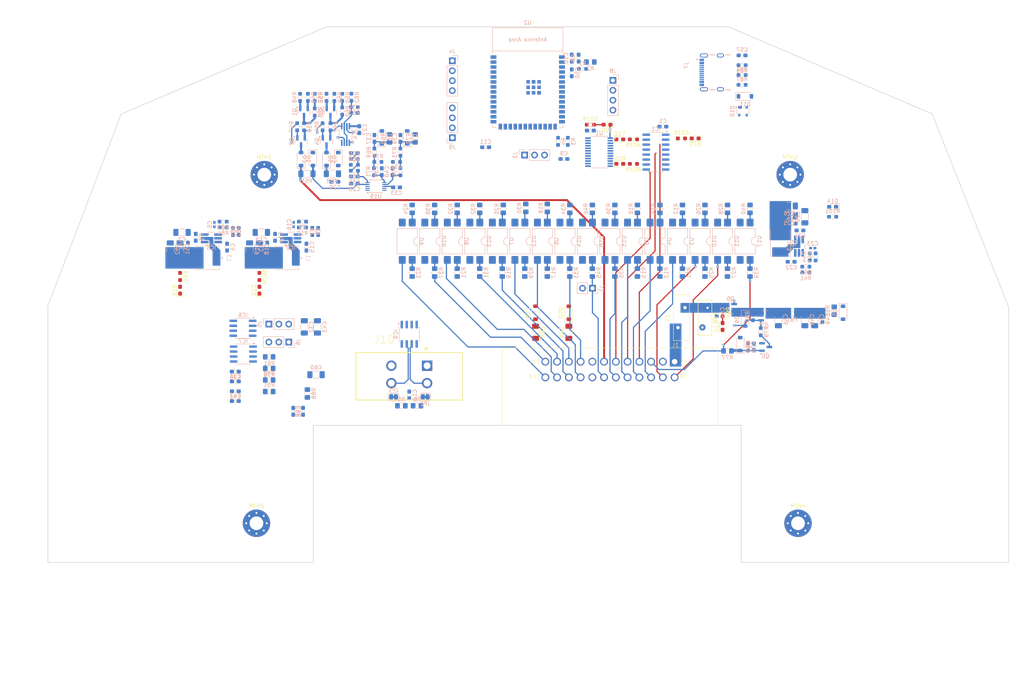
<source format=kicad_pcb>
(kicad_pcb (version 20241229) (generator "pcbnew") (generator_version "9.0")
  (title_block (title "Main PCB") (date "2025-10-01") (rev "${PCB_REV}") (comment 1 "https://cadlab.io/projects/vxdash") (comment 2 "https://github.com/martinroger/VXDash"))
  (layers (0 "F.Cu" signal "Top") (4 "In1.Cu" power "PWR_In1.Cu") (6 "In2.Cu" power "0V_In2.Cu") (2 "B.Cu" signal "Bottom") (13 "F.Paste" user) (15 "B.Paste" user) (5 "F.SilkS" user "F.Silkscreen") (7 "B.SilkS" user "B.Silkscreen") (1 "F.Mask" user) (3 "B.Mask" user) (25 "Edge.Cuts" user))
  (property "PCB_REV" "2A")
  (net 0 "")
  (net 1 "GND")
  (net 2 "RPM_HALL")
  (net 3 "SPEED_HALL")
  (net 4 "/ANALOGUE/Rsensing_Pair1/ADC_B")
  (net 5 "Net-(D8-K)")
  (net 6 "/USBC/VCC_5V")
  (net 7 "Net-(D1-A)")
  (net 8 "/ANALOGUE/Rsensing_Pair1/Sender_B")
  (net 9 "Net-(D5-K)")
  (net 10 "Net-(D6-A1)")
  (net 11 "Net-(D7-A1)")
  (net 12 "/USBC/VBUS")
  (net 13 "/usb_dp")
  (net 14 "/usb_dn")
  (net 15 "Net-(IC2-EN)")
  (net 16 "Net-(IC2-BST)")
  (net 17 "Net-(IC4-Pad1)")
  (net 18 "Net-(IC4A-+)")
  (net 19 "FUEL_LVL_Rsense")
  (net 20 "CAN_H")
  (net 21 "Net-(IC6-VCC)")
  (net 22 "CAN_L")
  (net 26 "/LD_CAN_rx")
  (net 29 "/LD_CAN_tx")
  (net 30 "/RD_CAN_tx")
  (net 31 "Net-(IC7-VCC)")
  (net 32 "/rpm")
  (net 33 "/RD_CAN_rx")
  (net 34 "/CAN_tx")
  (net 35 "Net-(IC9-VCC)")
  (net 36 "/CAN_rx")
  (net 37 "CEL_ActLO")
  (net 38 "ALARM_ActHI")
  (net 39 "COOLANT_ActHI")
  (net 40 "Net-(JP1-A)")
  (net 41 "Net-(JP2-A)")
  (net 42 "/esp32_enable")
  (net 43 "/SDA")
  (net 44 "/SCL")
  (net 45 "Net-(C12-Pad1)")
  (net 46 "/cel")
  (net 47 "Net-(R37-Pad2)")
  (net 48 "Net-(R39-Pad2)")
  (net 49 "Net-(R45-Pad2)")
  (net 50 "/alarm")
  (net 51 "/Set_Hi_Chan_A")
  (net 52 "Net-(R52-Pad1)")
  (net 53 "/ANALOGUE/Rsensing_Pair1/HighResiSet_B")
  (net 54 "L_TURN_ActHI")
  (net 55 "Net-(R59-Pad1)")
  (net 56 "IGNITION_ActHI")
  (net 57 "ABS_ActLO")
  (net 58 "DOOR_ActLO")
  (net 59 "Net-(R64-Pad1)")
  (net 60 "BTN_ActLO")
  (net 61 "Net-(U19-AIN1)")
  (net 62 "AIRBAG_ActLO")
  (net 63 "OIL_ALRM_ActLO")
  (net 64 "PARK_ActLO")
  (net 65 "BRAKE_ActLO")
  (net 66 "ALTERN_ActLO")
  (net 67 "BATT12V+")
  (net 68 "/ANALOGUE/V_SENSOR_IN_1")
  (net 69 "Net-(R69-Pad2)")
  (net 70 "/ANALOGUE/V_SENSOR_IN_2")
  (net 71 "Net-(R73-Pad2)")
  (net 72 "/expander_INT")
  (net 73 "WATER_T_PWM")
  (net 74 "Net-(Q1-D)")
  (net 75 "Net-(D3-A)")
  (net 76 "Net-(D9-A)")
  (net 77 "/speed")
  (net 78 "/water_T")
  (net 79 "Protected_12V")
  (net 80 "+3V3")
  (net 81 "/ANALOGUE/v_ref")
  (net 82 "/ANALOGUE/r_adc_1")
  (net 83 "/POWER INPUT/Power_Fused")
  (net 84 "/POWER INPUT/Power_Pre-Filter")
  (net 85 "/airbag")
  (net 86 "/abs")
  (net 87 "/oil")
  (net 88 "/brakes")
  (net 89 "/parking")
  (net 90 "/ignition")
  (net 91 "/button")
  (net 92 "/coolant")
  (net 93 "/right_turn")
  (net 94 "/full_beams")
  (net 95 "/door")
  (net 96 "/backlight")
  (net 97 "/left_turn")
  (net 98 "/alternator")
  (net 99 "Net-(IC3-BST)")
  (net 100 "Net-(Q1-S)")
  (net 101 "Net-(Q1-G)")
  (net 102 "Net-(Q2-G)")
  (net 103 "Net-(Q3-D)")
  (net 104 "Net-(Q3-S)")
  (net 105 "Net-(Q3-G)")
  (net 106 "Net-(Q4-G)")
  (net 107 "Net-(Q5-D)")
  (net 108 "Net-(R11-Pad2)")
  (net 109 "Net-(R13-Pad2)")
  (net 110 "Net-(R15-Pad2)")
  (net 111 "Net-(R17-Pad2)")
  (net 112 "Net-(R19-Pad2)")
  (net 113 "Net-(R21-Pad2)")
  (net 114 "Net-(R23-Pad2)")
  (net 115 "Net-(R25-Pad2)")
  (net 116 "Net-(R27-Pad2)")
  (net 117 "H_BEAM_ActHI")
  (net 118 "Net-(R29-Pad2)")
  (net 119 "L_BEAM_ActHI")
  (net 120 "Net-(R31-Pad2)")
  (net 121 "Net-(R33-Pad2)")
  (net 122 "R_TURN_ActLO")
  (net 123 "Net-(R35-Pad2)")
  (net 124 "/ANALOGUE/v_adc_1")
  (net 125 "/ANALOGUE/v_adc_2")
  (net 127 "BOOT_IO0")
  (net 128 "/uart0_rx")
  (net 129 "/uart0_tx")
  (net 130 "Net-(J7-CC1)")
  (net 131 "Net-(J7-SHELL_GND)")
  (net 132 "Net-(J7-CC2)")
  (net 135 "Net-(IC5-BST)")
  (net 137 "/5V_SMPS_AUX/5V_SW")
  (net 141 "+5V_AUX")
  (net 145 "/5V_SMPS_AUX/5V_FB")
  (net 146 "/Right Display CAN XCVR/V_SUPPLY")
  (net 147 "Net-(D12-A)")
  (net 148 "Net-(D13-A)")
  (net 151 "Net-(D14-A)")
  (net 154 "/3V3_SMPS/3V3_SW")
  (net 155 "/3V3_SMPS/3V3_FB")
  (net 156 "/3V3_SMPS/3V3_EN")
  (net 157 "/5V_SMPS/5V_SW")
  (net 158 "+5V")
  (net 159 "/5V_SMPS/5V_FB")
  (net 160 "Net-(D15-A)")
  (net 161 "/POWER INPUT/Power_Mid")
  (net 163 "Net-(D16-A)")
  (net 164 "Net-(D17-A)")
  (net 165 "Net-(D18-A)")
  (net 166 "Net-(D19-A)")
  (net 167 "Net-(IC4B-+)")
  (net 168 "Net-(IC4-Pad7)")
  (net 169 "Net-(IC5-EN)")
  (net 170 "/5V_enable")
  (net 171 "/5V_aux_enable")
  (net 172 "/LD_TXD")
  (net 173 "/RD_GP0")
  (net 174 "/LD_GP0")
  (net 175 "/LD_RXD")
  (net 176 "/RD_TXD")
  (net 177 "/RD_RXD")
  (net 178 "/SPARE_A8")
  (net 179 "/SPARE_B8")
  (net 180 "/esp_3V3")
  (net 181 "Net-(C37-Pad2)")
  (net 182 "Net-(C39-Pad2)")
  (net 183 "Net-(D20-K)")
  (net 184 "Net-(D21-K)")
  (footprint "Resistor_SMD:R_1206_3216Metric_Pad1.30x1.75mm_HandSolder" (layer "F.Cu") (at 151.25 103.25 -90)
    (property "Reference" "R93")
    (property "Value" "270")
  )
  (footprint "LED_SMD:LED_0603_1608Metric_Pad1.05x0.95mm_HandSolder" (layer "F.Cu") (at 172.75 60.25)
    (property "Reference" "D18")
    (property "Value" "WAT_PWM")
  )
  (footprint "Resistor_SMD:R_0603_1608Metric_Pad0.98x0.95mm_HandSolder" (layer "F.Cu") (at 176.25 54 180)
    (property "Reference" "R104")
    (property "Value" "270")
  )
  (footprint "LED_SMD:LED_0603_1608Metric_Pad1.05x0.95mm_HandSolder" (layer "F.Cu") (at 192 53.75 180)
    (property "Reference" "D16")
    (property "Value" "RPM_PLS")
  )
  (footprint "VXDash_connectors:TE_DTF13-4P" (layer "F.Cu") (at 119 114)
    (property "Reference" "J10")
    (property "Value" "CANbus")
  )
  (footprint "Resistor_SMD:R_0603_1608Metric_Pad0.98x0.95mm_HandSolder" (layer "F.Cu") (at 60.5 89 -90)
    (property "Reference" "R89")
    (property "Value" "620")
  )
  (footprint "MountingHole:MountingHole_3.5mm_Pad_Via" (layer "F.Cu") (at 80 152)
    (property "Reference" "MTH5")
    (property "Value" "MountingHole_3.5mm_Pad_Via")
  )
  (footprint "MountingHole:MountingHole_3.5mm_Pad_Via" (layer "F.Cu") (at 218.25 152)
    (property "Reference" "MTH4")
    (property "Value" "MountingHole_3.5mm_Pad_Via")
  )
  (footprint "MountingHole:MountingHole_3.5mm_Pad_Via" (layer "F.Cu") (at 82 63)
    (property "Reference" "MTH1")
    (property "Value" "MountingHole_3.5mm_Pad_Via")
  )
  (footprint "Fuse:Fuse_BelFuse_0ZRE0033FF_L11.4mm_W3.8mm" (layer "F.Cu") (at 187.6 102.05 90)
    (property "Reference" "F1")
    (property "Value" "0ZRB0250FF1E")
  )
  (footprint "LED_SMD:LED_0603_1608Metric_Pad1.05x0.95mm_HandSolder" (layer "F.Cu") (at 172.75 54)
    (property "Reference" "D17")
    (property "Value" "SPD_PLS")
  )
  (footprint "Resistor_SMD:R_0603_1608Metric_Pad0.98x0.95mm_HandSolder" (layer "F.Cu") (at 176.25 60.25 180)
    (property "Reference" "R105")
    (property "Value" "270")
  )
  (footprint "Resistor_SMD:R_0603_1608Metric_Pad0.98x0.95mm_HandSolder" (layer "F.Cu") (at 188.5 53.75)
    (property "Reference" "R103")
    (property "Value" "270")
  )
  (footprint "Resistor_SMD:R_0603_1608Metric_Pad0.98x0.95mm_HandSolder" (layer "F.Cu") (at 199 98.25 -90)
    (property "Reference" "R99")
    (property "Value" "3k")
  )
  (footprint "MountingHole:MountingHole_3.5mm_Pad_Via" (layer "F.Cu") (at 216.25 63)
    (property "Reference" "MTH2")
    (property "Value" "MountingHole_3.5mm_Pad_Via")
  )
  (footprint "Resistor_SMD:R_0603_1608Metric_Pad0.98x0.95mm_HandSolder" (layer "F.Cu") (at 80.75 89 -90)
    (property "Reference" "R100")
    (property "Value" "620")
  )
  (footprint "Diode_SMD:D_SOD-123" (layer "F.Cu") (at 151.25 98.25 90)
    (property "Reference" "D21")
    (property "Value" "BAT54")
  )
  (footprint "LED_SMD:LED_0603_1608Metric_Pad1.05x0.95mm_HandSolder" (layer "F.Cu") (at 199 101.75 90)
    (property "Reference" "D12")
    (property "Value" "BATT12V_ON")
  )
  (footprint "Varistor:RV_Disc_D9mm_W3.5mm_P5mm" (layer "F.Cu") (at 193.85 102 90)
    (property "Reference" "RV1")
    (property "Value" "MOV-07D220K")
  )
  (footprint "VXDash_connectors:Aptiv 12092886" (layer "F.Cu") (at 170.25 112.75)
    (property "Reference" "J1")
    (property "Value" "Header_VX220_RightAngle")
  )
  (footprint "LED_SMD:LED_0603_1608Metric_Pad1.05x0.95mm_HandSolder" (layer "F.Cu") (at 60.5 92.5 90)
    (property "Reference" "D19")
    (property "Value" "5V_AUX_ON")
  )
  (footprint "LED_SMD:LED_0603_1608Metric_Pad1.05x0.95mm_HandSolder" (layer "F.Cu") (at 169.5 50.25 180)
    (property "Reference" "D15")
    (property "Value" "EXP_INT_ON")
  )
  (footprint "Diode_SMD:D_SOD-123" (layer "F.Cu") (at 159.75 98.25 90)
    (property "Reference" "D20")
    (property "Value" "BAT54")
  )
  (footprint "Resistor_SMD:R_1206_3216Metric_Pad1.30x1.75mm_HandSolder" (layer "F.Cu") (at 159.75 103.25 90)
    (property "Reference" "R92")
    (property "Value" "270")
  )
  (footprint "LED_SMD:LED_0603_1608Metric_Pad1.05x0.95mm_HandSolder" (layer "F.Cu") (at 80.75 92.5 90)
    (property "Reference" "D13")
    (property "Value" "5V_ON")
  )
  (footprint "Resistor_SMD:R_0603_1608Metric_Pad0.98x0.95mm_HandSolder" (layer "F.Cu") (at 165.25 50.25)
    (property "Reference" "R102")
    (property "Value" "270")
  )
  (footprint "Resistor_SMD:R_0805_2012Metric_Pad1.20x1.40mm_HandSolder" (layer "B.Cu") (at 83.25 112.47)
    (property "Reference" "R76")
    (property "Value" "0R")
  )
  (footprint "Resistor_SMD:R_0603_1608Metric_Pad0.98x0.95mm_HandSolder" (layer "B.Cu") (at 110 62.25 -90)
    (property "Reference" "R71")
    (property "Value" "1K")
  )
  (footprint "Package_TO_SOT_SMD:SOT-23" (layer "B.Cu") (at 91.3875 54.525 -90)
    (property "Reference" "Q2")
    (property "Value" "DMP3099L")
  )
  (footprint "Resistor_SMD:R_0603_1608Metric_Pad0.98x0.95mm_HandSolder" (layer "B.Cu") (at 95.75 77.5 -90)
    (property "Reference" "R7")
    (property "Value" "1k")
  )
  (footprint "Resistor_SMD:R_0603_1608Metric_Pad0.98x0.95mm_HandSolder" (layer "B.Cu") (at 220.25 88)
    (property "Reference" "R41")
    (property "Value" "820k")
  )
  (footprint "Resistor_SMD:R_0805_2012Metric_Pad1.20x1.40mm_HandSolder" (layer "B.Cu") (at 200.25 71.75 -90)
    (property "Reference" "R28")
    (property "Value" "10k")
  )
  (footprint "Resistor_SMD:R_0805_2012Metric_Pad1.20x1.40mm_HandSolder" (layer "B.Cu") (at 121 122 180)
    (property "Reference" "R6")
    (property "Value" "60R")
  )
  (footprint "Resistor_SMD:R_0603_1608Metric_Pad0.98x0.95mm_HandSolder" (layer "B.Cu") (at 90.3875 50.775 -90)
    (property "Reference" "R47")
    (property "Value" "1k")
  )
  (footprint "Package_TO_SOT_SMD:TSOT-23-6_HandSoldering" (layer "B.Cu") (at 88.749999 79.25)
    (property "Reference" "IC2")
    (property "Value" "AP62200")
  )
  (footprint "Resistor_SMD:R_0805_2012Metric_Pad1.20x1.40mm_HandSolder" (layer "B.Cu") (at 227.5 97.75 -90)
    (property "Reference" "R65")
    (property "Value" "100R")
  )
  (footprint "Resistor_SMD:R_0603_1608Metric_Pad0.98x0.95mm_HandSolder" (layer "B.Cu") (at 99.8875 43.275 90)
    (property "Reference" "R56")
    (property "Value" "18R")
  )
  (footprint "Resistor_SMD:R_0603_1608Metric_Pad0.98x0.95mm_HandSolder" (layer "B.Cu") (at 101.8875 46.775 90)
    (property "Reference" "R60")
    (property "Value" "6R8")
  )
  (footprint "Package_SO:TSSOP-10_3x3mm_P0.5mm" (layer "B.Cu") (at 110.5 66)
    (property "Reference" "U19")
    (property "Value" "ADS1115IDGS")
  )
  (footprint "Capacitor_SMD:C_0603_1608Metric_Pad1.08x0.95mm_HandSolder" (layer "B.Cu") (at 105 47.25 180)
    (property "Reference" "C34")
    (property "Value" "100n")
  )
  (footprint "Diode_SMD:D_SOD-123" (layer "B.Cu") (at 118.5 53.5 90)
    (property "Reference" "D7")
    (property "Value" "BAT54")
  )
  (footprint "Capacitor_SMD:C_0603_1608Metric_Pad1.08x0.95mm_HandSolder" (layer "B.Cu") (at 165.25 51.75 180)
    (property "Reference" "C7")
    (property "Value" "100n")
  )
  (footprint "Resistor_SMD:R_0603_1608Metric_Pad0.98x0.95mm_HandSolder" (layer "B.Cu") (at 91.1375 43.275 -90)
    (property "Reference" "R48")
    (property "Value" "1k")
  )
  (footprint "Resistor_SMD:R_0603_1608Metric_Pad0.98x0.95mm_HandSolder" (layer "B.Cu") (at 203.975 40.08 180)
    (property "Reference" "R87")
    (property "Value" "5.1K")
  )
  (footprint "Resistor_SMD:R_0805_2012Metric_Pad1.20x1.40mm_HandSolder" (layer "B.Cu") (at 183 71.75 -90)
    (property "Reference" "R14")
    (property "Value" "10k")
  )
  (footprint "Package_DIP:SMDIP-4_W9.53mm" (layer "B.Cu") (at 170.25 80 90)
    (property "Reference" "U15")
    (property "Value" "DPC817")
  )
  (footprint "Resistor_SMD:R_0805_2012Metric_Pad1.20x1.40mm_HandSolder" (layer "B.Cu") (at 119.75 88 90)
    (property "Reference" "R23")
    (property "Value" "8k2")
  )
  (footprint "Resistor_SMD:R_0805_2012Metric_Pad1.20x1.40mm_HandSolder" (layer "B.Cu") (at 171.5 88 90)
    (property "Reference" "R35")
    (property "Value" "8k2")
  )
  (footprint "Capacitor_SMD:C_0603_1608Metric_Pad1.08x0.95mm_HandSolder" (layer "B.Cu") (at 183.75 50.75 180)
    (property "Reference" "C1")
    (property "Value" "100n")
  )
  (footprint "Package_TO_SOT_SMD:SOT-23" (layer "B.Cu") (at 201 97 180)
    (property "Reference" "Q6")
    (property "Value" "PJA3441")
  )
  (footprint "Resistor_SMD:R_0805_2012Metric_Pad1.20x1.40mm_HandSolder" (layer "B.Cu") (at 171.5 71.75 -90)
    (property "Reference" "R36")
    (property "Value" "10k")
  )
  (footprint "Resistor_SMD:R_0805_2012Metric_Pad1.20x1.40mm_HandSolder" (layer "B.Cu") (at 206 88 90)
    (property "Reference" "R39")
    (property "Value" "8k2")
  )
  (footprint "Resistor_SMD:R_0603_1608Metric_Pad0.98x0.95mm_HandSolder" (layer "B.Cu") (at 203.975 37.57 180)
    (property "Reference" "R86")
    (property "Value" "0R")
  )
  (footprint "Resistor_SMD:R_0805_2012Metric_Pad1.20x1.40mm_HandSolder" (layer "B.Cu") (at 120.5 53.75 -90)
    (property "Reference" "R72")
    (property "Value" "10R")
  )
  (footprint "Capacitor_SMD:C_0603_1608Metric_Pad1.08x0.95mm_HandSolder" (layer "B.Cu") (at 224.5 99.75 90)
    (property "Reference" "C49")
    (property "Value" "100n")
  )
  (footprint "Capacitor_SMD:C_1206_3216Metric_Pad1.33x1.80mm_HandSolder" (layer "B.Cu") (at 60.5 82.000001 90)
    (property "Reference" "C51")
    (property "Value" "22u")
  )
  (footprint "VXDash_IC:ESP32-S3-WROOM-1" (layer "B.Cu") (at 149.25 41.25 180)
    (property "Reference" "U2")
    (property "Value" "ESP32-S3-WROOM-1")
  )
  (footprint "Resistor_SMD:R_0805_2012Metric_Pad1.20x1.40mm_HandSolder" (layer "B.Cu") (at 165.75 88 90)
    (property "Reference" "R45")
    (property "Value" "8k2")
  )
  (footprint "Resistor_SMD:R_0805_2012Metric_Pad1.20x1.40mm_HandSolder" (layer "B.Cu") (at 165.25 34.25)
    (property "Reference" "R2")
    (property "Value" "0R")
  )
  (footprint "Capacitor_SMD:C_0603_1608Metric_Pad1.08x0.95mm_HandSolder" (layer "B.Cu") (at 84.75 79 90)
    (property "Reference" "C14")
    (property "Value" "100n")
  )
  (footprint "Capacitor_SMD:C_1206_3216Metric_Pad1.33x1.80mm_HandSolder" (layer "B.Cu") (at 216 73.5)
    (property "Reference" "C25")
    (property "Value" "22u")
  )
  (footprint "Package_TO_SOT_SMD:SOT-23" (layer "B.Cu") (at 210 107)
    (property "Reference" "Q5")
    (property "Value" "2N7002")
  )
  (footprint "Resistor_SMD:R_0805_2012Metric_Pad1.20x1.40mm_HandSolder" (layer "B.Cu") (at 188.75 88 90)
    (property "Reference" "R11")
    (property "Value" "8k2")
  )
  (footprint "VXDash_inductors:Ind_5050" (layer "B.Cu") (at 87.75 84.25 90)
    (property "Reference" "L1")
    (property "Value" "4u7")
  )
  (footprint "Capacitor_SMD:C_0603_1608Metric_Pad1.08x0.95mm_HandSolder" (layer "B.Cu") (at 105 63.5)
    (property "Reference" "C35")
    (property "Value" "10n")
  )
  (footprint "Resistor_SMD:R_0603_1608Metric_Pad0.98x0.95mm_HandSolder" (layer "B.Cu") (at 105 59 180)
    (property "Reference" "R66")
    (property "Value" "1Meg")
  )
  (footprint "Package_DIP:SMDIP-4_W9.53mm" (layer "B.Cu") (at 141.5 80 90)
    (property "Reference" "U7")
    (property "Value" "DPC817")
  )
  (footprint "Resistor_SMD:R_0603_1608Metric_Pad0.98x0.95mm_HandSolder" (layer "B.Cu") (at 74 77.500001 90)
    (property "Reference" "R82")
    (property "Value" "100k")
  )
  (footprint "Resistor_SMD:R_0805_2012Metric_Pad1.20x1.40mm_HandSolder" (layer "B.Cu") (at 177.25 88 90)
    (property "Reference" "R15")
    (property "Value" "8k2")
  )
  (footprint "Package_DIP:SMDIP-4_W9.53mm" (layer "B.Cu") (at 147.25 80 90)
    (property "Reference" "U12")
    (property "Value" "DPC817")
  )
  (footprint "Resistor_SMD:R_0805_2012Metric_Pad1.20x1.40mm_HandSolder" (layer "B.Cu") (at 154.25 71.5 -90)
    (property "Reference" "R18")
    (property "Value" "10k")
  )
  (footprint "Resistor_SMD:R_0603_1608Metric_Pad0.98x0.95mm_HandSolder" (layer "B.Cu") (at 92.1375 50.775 90)
    (property "Reference" "R50")
    (property "Value" "0R")
  )
  (footprint "Capacitor_SMD:C_0603_1608Metric_Pad1.08x0.95mm_HandSolder" (layer "B.Cu") (at 72.5 81.500001 90)
    (property "Reference" "C4")
    (property "Value" "100n")
  )
  (footprint "Package_TO_SOT_SMD:TSOT-23-6_HandSoldering" (layer "B.Cu") (at 218.5 81.25 -90)
    (property "Reference" "IC3")
    (property "Value" "AP62200")
  )
  (footprint "Resistor_SMD:R_0805_2012Metric_Pad1.20x1.40mm_HandSolder" (layer "B.Cu") (at 83.25 109.52)
    (property "Reference" "R61")
    (property "Value" "0R")
  )
  (footprint "Package_SO:SOIC-8_3.9x4.9mm_P1.27mm" (layer "B.Cu") (at 76.555 102.22 180)
    (property "Reference" "IC6")
    (property "Value" "ATA6561")
  )
  (footprint "Resistor_SMD:R_0805_2012Metric_Pad1.20x1.40mm_HandSolder" (layer "B.Cu") (at 119.75 71.75 -90)
    (property "Reference" "R24")
    (property "Value" "10k")
  )
  (footprint "Capacitor_SMD:C_0603_1608Metric_Pad1.08x0.95mm_HandSolder" (layer "B.Cu") (at 116.75 53.75 -90)
    (property "Reference" "C39")
    (property "Value" "100n")
  )
  (footprint "Resistor_SMD:R_0603_1608Metric_Pad0.98x0.95mm_HandSolder" (layer "B.Cu") (at 94.8875 43.275 90)
    (property "Reference" "R52")
    (property "Value" "160R")
  )
  (footprint "Package_TO_SOT_SMD:SOT-23" (layer "B.Cu") (at 209.75 99.25)
    (property "Reference" "Q7")
    (property "Value" "PJA3441")
  )
  (footprint "Capacitor_SMD:C_0603_1608Metric_Pad1.08x0.95mm_HandSolder" (layer "B.Cu") (at 62.5 81.250001 -90)
    (property "Reference" "C6")
    (property "Value" "100n")
  )
  (footprint "Capacitor_SMD:C_0603_1608Metric_Pad1.08x0.95mm_HandSolder" (layer "B.Cu") (at 216.5 85.25)
    (property "Reference" "C22")
    (property "Value" "100n")
  )
  (footprint "Capacitor_SMD:C_0603_1608Metric_Pad1.08x0.95mm_HandSolder" (layer "B.Cu") (at 91.9 123.42 -90)
    (property "Reference" "C59")
    (property "Value" "100n")
  )
  (footprint "Resistor_SMD:R_0805_2012Metric_Pad1.20x1.40mm_HandSolder" (layer "B.Cu") (at 194.5 88 90)
    (property "Reference" "R25")
    (property "Value" "8k2")
  )
  (footprint "Resistor_SMD:R_0603_1608Metric_Pad0.98x0.95mm_HandSolder" (layer "B.Cu") (at 221.25 84 -90)
    (property "Reference" "R44")
    (property "Value" "24k")
  )
  (footprint "Resistor_SMD:R_1206_3216Metric_Pad1.30x1.75mm_HandSolder" (layer "B.Cu") (at 99.3875 62.775)
    (property "Reference" "R58")
    (property "Value" "1k")
  )
  (footprint "Package_DIP:SMDIP-4_W9.53mm" (layer "B.Cu") (at 135.75 80 90)
    (property "Reference" "U13")
    (property "Value" "DPC817")
  )
  (footprint "Resistor_SMD:R_0603_1608Metric_Pad0.98x0.95mm_HandSolder" (layer "B.Cu") (at 98.8875 50.775 90)
    (property "Reference" "R57")
    (property "Value" "0R")
  )
  (footprint "Resistor_SMD:R_0805_2012Metric_Pad1.20x1.40mm_HandSolder" (layer "B.Cu") (at 206 71.75 -90)
    (property "Reference" "R40")
    (property "Value" "10k")
  )
  (footprint "Resistor_SMD:R_0603_1608Metric_Pad0.98x0.95mm_HandSolder" (layer "B.Cu") (at 206.75 99.25 -90)
    (property "Reference" "R80")
    (property "Value" "100K")
  )
  (footprint "Capacitor_SMD:C_0603_1608Metric_Pad1.08x0.95mm_HandSolder" (layer "B.Cu") (at 216.75 75.5 180)
    (property "Reference" "C24")
    (property "Value" "100n")
  )
  (footprint "Package_SO:TSSOP-24_4.4x7.8mm_P0.65mm" (layer "B.Cu") (at 167.5 57.25 180)
    (property "Reference" "U1")
    (property "Value" "TCA9555PWR")
  )
  (footprint "Connector_PinHeader_2.54mm:PinHeader_1x03_P2.54mm_Vertical" (layer "B.Cu") (at 88.25 105.75 90)
    (property "Reference" "J6")
    (property "Value" "RD_CAN")
  )
  (footprint "Resistor_SMD:R_0805_2012Metric_Pad1.20x1.40mm_HandSolder" (layer "B.Cu") (at 148.75 71.5 -90)
    (property "Reference" "R30")
    (property "Value" "10k")
  )
  (footprint "Resistor_SMD:R_0603_1608Metric_Pad0.98x0.95mm_HandSolder" (layer "B.Cu") (at 227.0875 73.75 180)
    (property "Reference" "R101")
    (property "Value" "270")
  )
  (footprint "Resistor_SMD:R_0603_1608Metric_Pad0.98x0.95mm_HandSolder" (layer "B.Cu") (at 91.749999 75)
    (property "Reference" "R9")
    (property "Value" "43k")
  )
  (footprint "Capacitor_SMD:C_1206_3216Metric_Pad1.33x1.80mm_HandSolder" (layer "B.Cu") (at 92.22 101.87 90)
    (property "Reference" "C32")
    (property "Value" "22u")
  )
  (footprint "Capacitor_SMD:C_1206_3216Metric_Pad1.33x1.80mm_HandSolder" (layer "B.Cu") (at 220 100 90)
    (property "Reference" "C48")
    (property "Value" "10u")
  )
  (footprint "Capacitor_SMD:C_0603_1608Metric_Pad1.08x0.95mm_HandSolder" (layer "B.Cu") (at 197.5 98.25 90)
    (property "Reference" "C44")
    (property "Value" "100n")
  )
  (footprint "Jumper:SolderJumper-2_P1.3mm_Bridged_RoundedPad1.0x1.5mm" (layer "B.Cu") (at 123.1 119.75)
    (property "Reference" "JP2")
    (property "Value" "CAN_L Term EN")
  )
  (footprint "Capacitor_SMD:C_0603_1608Metric_Pad1.08x0.95mm_HandSolder" (layer "B.Cu") (at 207 107 -90)
    (property "Reference" "C45")
    (property "Value" "100n")
  )
  (footprint "Resistor_SMD:R_0805_2012Metric_Pad1.20x1.40mm_HandSolder" (layer "B.Cu") (at 114 53.75 -90)
    (property "Reference" "R68")
    (property "Value" "10R")
  )
  (footprint "Capacitor_SMD:C_0603_1608Metric_Pad1.08x0.95mm_HandSolder" (layer "B.Cu") (at 105 65.25)
    (property "Reference" "C28")
    (property "Value" "33n")
  )
  (footprint "Inductor_SMD:L_Taiyo-Yuden_NR-50xx_HandSoldering" (layer "B.Cu") (at 213.75 80.5 90)
    (property "Reference" "L2")
    (property "Value" "3u3")
  )
  (footprint "Capacitor_SMD:C_0402_1005Metric_Pad0.74x0.62mm_HandSolder" (layer "B.Cu") (at 69.249999 75.75 -90)
    (property "Reference" "C5")
    (property "Value" "22p")
  )
  (footprint "Resistor_SMD:R_0603_1608Metric_Pad0.98x0.95mm_HandSolder" (layer "B.Cu") (at 205.5 107 90)
    (property "Reference" "R78")
    (property "Value" "10k")
  )
  (footprint "Connector_PinHeader_2.54mm:PinHeader_1x04_P2.54mm_Vertical" (layer "B.Cu") (at 171 38.92 180)
    (property "Reference" "J8")
    (property "Value" "LD_UART")
  )
  (footprint "Capacitor_SMD:C_1206_3216Metric_Pad1.33x1.80mm_HandSolder" (layer "B.Cu") (at 95.57 101.87 90)
    (property "Reference" "C43")
    (property "Value" "22u")
  )
  (footprint "Package_DIP:SMDIP-4_W9.53mm" (layer "B.Cu") (at 130 80 90)
    (property "Reference" "U8")
    (property "Value" "DPC817")
  )
  (footprint "Capacitor_SMD:C_1206_3216Metric_Pad1.33x1.80mm_HandSolder" (layer "B.Cu") (at 213.25 100 90)
    (property "Reference" "C46")
    (property "Value" "10u")
  )
  (footprint "Resistor_SMD:R_0603_1608Metric_Pad0.98x0.95mm_HandSolder" (layer "B.Cu") (at 222.75 84 -90)
    (property "Reference" "R43")
    (property "Value" "75k")
  )
  (footprint "Resistor_SMD:R_0805_2012Metric_Pad1.20x1.40mm_HandSolder" (layer "B.Cu") (at 83.25 115.42 180)
    (property "Reference" "R90")
    (property "Value" "0R")
  )
  (footprint "Resistor_SMD:R_0603_1608Metric_Pad0.98x0.95mm_HandSolder" (layer "B.Cu") (at 94.8875 47.025 90)
    (property "Reference" "R53")
    (property "Value" "6R8")
  )
  (footprint "Capacitor_SMD:C_0603_1608Metric_Pad1.08x0.95mm_HandSolder" (layer "B.Cu") (at 92.75 81.5 90)
    (property "Reference" "C15")
    (property "Value" "100n")
  )
  (footprint "Resistor_SMD:R_0805_2012Metric_Pad1.20x1.40mm_HandSolder" (layer "B.Cu") (at 160 88 90)
    (property "Reference" "R33")
    (property "Value" "8k2")
  )
  (footprint "Capacitor_SMD:C_1206_3216Metric_Pad1.33x1.80mm_HandSolder" (layer "B.Cu") (at 80.75 82.000001 90)
    (property "Reference" "C18")
    (property "Value" "22u")
  )
  (footprint "Package_DIP:SMDIP-4_W9.53mm" (layer "B.Cu") (at 199 80 90)
    (property "Reference" "U11")
    (property "Value" "DPC817")
  )
  (footprint "Capacitor_SMD:C_0603_1608Metric_Pad1.08x0.95mm_HandSolder" (layer "B.Cu") (at 115.75 66.25)
    (property "Reference" "C33")
    (property "Value" "100n")
  )
  (footprint "Resistor_SMD:R_0603_1608Metric_Pad0.98x0.95mm_HandSolder" (layer "B.Cu") (at 105 60.5 180)
    (property "Reference" "R67")
    (property "Value" "220k")
  )
  (footprint "Capacitor_SMD:C_0603_1608Metric_Pad1.08x0.95mm_HandSolder" (layer "B.Cu") (at 89.39 123.42 90)
    (property "Reference" "C58")
    (property "Value" "100n")
  )
  (footprint "Package_SO:SOIC-16_3.9x9.9mm_P1.27mm" (layer "B.Cu") (at 181.9875 57.25 180)
    (property "Reference" "IC1")
    (property "Value" "CD74HC4050M96")
  )
  (footprint "Capacitor_SMD:C_0603_1608Metric_Pad1.08x0.95mm_HandSolder" (layer "B.Cu") (at 74.6 120.81 180)
    (property "Reference" "C42")
    (property "Value" "100n")
  )
  (footprint "Connector_PinHeader_2.54mm:PinHeader_1x04_P2.54mm_Vertical" (layer "B.Cu") (at 130 53.58)
    (property "Reference" "J9")
    (property "Value" "RD_UART")
  )
  (footprint "Connector_PinHeader_2.54mm:PinHeader_1x03_P2.54mm_Vertical" (layer "B.Cu") (at 148.46 58 -90)
    (property "Reference" "J3")
    (property "Value" "I²C debug")
  )
  (footprint "Package_SO:SOIC-8_3.9x4.9mm_P1.27mm" (layer "B.Cu") (at 76.65 108.8 180)
    (property "Reference" "IC7")
    (property "Value" "ATA6561")
  )
  (footprint "Package_SO:SOIC-8_3.9x4.9mm_P1.27mm" (layer "B.Cu") (at 119 103.75 -90)
    (property "Reference" "IC9")
    (property "Value" "ATA6561")
  )
  (footprint "Capacitor_SMD:C_0603_1608Metric_Pad1.08x0.95mm_HandSolder" (layer "B.Cu") (at 74.6 115.79 180)
    (property "Reference" "C31")
    (property "Value" "100n")
  )
  (footprint "Capacitor_SMD:C_0402_1005Metric_Pad0.74x0.62mm_HandSolder" (layer "B.Cu") (at 89.499999 75.75 -90)
    (property "Reference" "C16")
    (property "Value" "22p")
  )
  (footprint "Package_DIP:SMDIP-4_W9.53mm" (layer "B.Cu") (at 176 80 90)
    (property "Reference" "U5")
    (property "Value" "DPC817")
  )
  (footprint "Capacitor_SMD:C_0603_1608Metric_Pad1.08x0.95mm_HandSolder" (layer "B.Cu") (at 64.500001 79 90)
    (property "Reference" "C3")
    (property "Value" "100n")
  )
  (footprint "Resistor_SMD:R_1206_3216Metric_Pad1.30x1.75mm_HandSolder" (layer "B.Cu") (at 92.8875 62.775)
    (property "Reference" "R51")
    (property "Value" "1k")
  )
  (footprint "Package_SO:MSOP-8_3x3mm_P0.65mm" (layer "B.Cu") (at 102.75 52.75 90)
    (property "Reference" "IC4")
    (property "Value" "AS2333_OpAmp")
  )
  (footprint "LED_SMD:LED_0603_1608Metric_Pad1.05x0.95mm_HandSolder" (layer "B.Cu") (at 227.0875 71.2 180)
    (property "Reference" "D14")
    (property "Value" "3V3_ON")
  )
  (footprint "Resistor_SMD:R_0603_1608Metric_Pad0.98x0.95mm_HandSolder" (layer "B.Cu") (at 105 45.75)
    (property "Reference" "R63")
    (property "Value" "820k")
  )
  (footprint "Package_TO_SOT_SMD:SOT-143" (layer "B.Cu") (at 204.2 46.81 -90)
    (property "Reference" "D10")
    (property "Value" "SP0503BAHTG")
  )
  (footprint "Capacitor_SMD:C_1206_3216Metric_Pad1.33x1.80mm_HandSolder" (layer "B.Cu") (at 216 71)
    (property "Reference" "C26")
    (property "Value" "22u")
  )
  (footprint "Resistor_SMD:R_0603_1608Metric_Pad0.98x0.95mm_HandSolder" (layer "B.Cu") (at 163.25 36 180)
    (property "Reference" "R1")
    (property "Value" "10k")
  )
  (footprint "Resistor_SMD:R_0805_2012Metric_Pad1.20x1.40mm_HandSolder" (layer "B.Cu") (at 154.25 88 90)
    (property "Reference" "R17")
    (property "Value" "8k2")
  )
  (footprint "Capacitor_SMD:C_0603_1608Metric_Pad1.08x0.95mm_HandSolder" (layer "B.Cu") (at 119 119.25 90)
    (property "Reference" "C12")
    (property "Value" "4n7")
  )
  (footprint "Resistor_SMD:R_0603_1608Metric_Pad0.98x0.95mm_HandSolder" (layer "B.Cu") (at 208.75 103.0875 90)
    (property "Reference" "R79")
    (property "Value" "10k")
  )
  (footprint "Capacitor_SMD:C_0603_1608Metric_Pad1.08x0.95mm_HandSolder" (layer "B.Cu") (at 158.5 59 180)
    (property "Reference" "C9")
    (property "Value" "100n")
  )
  (footprint "Resistor_SMD:R_0603_1608Metric_Pad0.98x0.95mm_HandSolder" (layer "B.Cu") (at 156.99 54.5 90)
    (property "Reference" "R4")
    (property "Value" "4k7")
  )
  (footprint "Resistor_SMD:R_0805_2012Metric_Pad1.20x1.40mm_HandSolder" (layer "B.Cu") (at 131.25 71.75 -90)
    (property "Reference" "R22")
    (property "Value" "10k")
  )
  (footprint "Capacitor_SMD:C_0603_1608Metric_Pad1.08x0.95mm_HandSolder" (layer "B.Cu") (at 105 57.5)
    (property "Reference" "C36")
    (property "Value" "100n")
  )
  (footprint "Capacitor_SMD:C_0603_1608Metric_Pad1.08x0.95mm_HandSolder" (layer "B.Cu") (at 112 62.25 -90)
    (property "Reference" "C38")
    (property "Value" "10n")
  )
  (footprint "Resistor_SMD:R_0603_1608Metric_Pad0.98x0.95mm_HandSolder" (layer "B.Cu") (at 115.75 59.75)
    (property "Reference" "R74")
    (property "Value" "150k")
  )
  (footprint "Capacitor_SMD:C_1206_3216Metric_Pad1.33x1.80mm_HandSolder" (layer "B.Cu") (at 95.21 114.07 180)
    (property "Reference" "C60")
    (property "Value" "22u")
  )
  (footprint "Connector_PinHeader_2.54mm:PinHeader_1x04_P2.54mm_Vertical" (layer "B.Cu") (at 130 33.94 180)
    (property "Reference" "J4")
    (property "Value" "UART0 debug")
  )
  (footprint "Resistor_SMD:R_0603_1608Metric_Pad0.98x0.95mm_HandSolder" (layer "B.Cu") (at 110.1125 57.25 -90)
    (property "Reference" "R69")
    (property "Value" "100k")
  )
  (footprint "Connector_PinHeader_2.54mm:PinHeader_1x02_P2.54mm_Vertical" (layer "B.Cu") (at 165.775 92 90)
    (property "Reference" "J2")
    (property "Value" "Alarm port")
  )
  (footprint "Resistor_SMD:R_0805_2012Metric_Pad1.20x1.40mm_HandSolder" (layer "B.Cu") (at 148.5 88 90)
    (property "Reference" "R29")
    (property "Value" "8k2")
  )
  (footprint "Inductor_SMD:L_0805_2012Metric" (layer "B.Cu") (at 216.75 98.5)
    (property "Reference" "FB1")
    (property "Value" "120R@100MHz")
  )
  (footprint "Diode_SMD:D_SOD-123" (layer "B.Cu") (at 229.75 98.25 -90)
    (property "Reference" "D5")
    (property "Value" "18V")
  )
  (footprint "Capacitor_SMD:C_1206_3216Metric_Pad1.33x1.80mm_HandSolder" (layer "B.Cu") (at 58 82.000001 90)
    (property "Reference" "C52")
    (property "Value" "22u")
  )
  (footprint "Diode_SMD:D_SOD-123" (layer "B.Cu") (at 97.8875 59.025 90)
    (property "Reference" "D3")
    (property "Value" "BAT54")
  )
  (footprint "Resistor_SMD:R_0603_1608Metric_Pad0.98x0.95mm_HandSolder" (layer "B.Cu") (at 116.75 57.25 -90)
    (property "Reference" "R73")
    (property "Value" "100k")
  )
  (footprint "Resistor_SMD:R_0603_1608Metric_Pad0.98x0.95mm_HandSolder" (layer "B.Cu") (at 111 59.75 180)
    (property "Reference" "R70")
    (property "Value" "150k")
  )
  (footprint "Resistor_SMD:R_0603_1608Metric_Pad0.98x0.95mm_HandSolder" (layer "B.Cu") (at 75.5 77.500001 -90)
    (property "Reference" "R81")
    (property "Value" "1k")
  )
  (footprint "Diode_SMD:D_SOD-123" (layer "B.Cu") (at 100.8875 59.025 -90)
    (property "Reference" "D4")
    (property "Value" "BAT54")
  )
  (footprint "Resistor_SMD:R_0805_2012Metric_Pad1.20x1.40mm_HandSolder" (layer "B.Cu") (at 200.25 88 90)
    (property "Reference" "R27")
    (property "Value" "8k2")
  )
  (footprint "Diode_SMD:D_SOD-123" (layer "B.Cu") (at 112 53.5 90)
    (property "Reference" "D6")
    (property "Value" "BAT54")
  )
  (footprint "Capacitor_SMD:C_0603_1608Metric_Pad1.08x0.95mm_HandSolder" (layer "B.Cu") (at 160.5 33.25 -90)
    (property "Reference" "C10")
    (property "Value" "100n")
  )
  (footprint "Diode_SMD:D_SOD-123" (layer "B.Cu") (at 204.75 100 -90)
    (property "Reference" "D9")
    (property "Value" "18V")
  )
  (footprint "Resistor_SMD:R_0603_1608Metric_Pad0.98x0.95mm_HandSolder" (layer "B.Cu") (at 94.25 77.5 90)
    (property "Reference" "R8")
    (property "Value" "100k")
  )
  (footprint "Capacitor_SMD:C_0603_1608Metric_Pad1.08x0.95mm_HandSolder" (layer "B.Cu") (at 162.25 33.25 -90)
    (property "Reference" "C8")
    (property "Value" "10u")
  )
  (footprint "Package_DIP:SMDIP-4_W9.53mm" (layer "B.Cu") (at 187.5 80 90)
    (property "Reference" "U3")
    (property "Value" "DPC817")
  )
  (footprint "Resistor_SMD:R_0603_1608Metric_Pad0.98x0.95mm_HandSolder" (layer "B.Cu") (at 159.5 54.5 90)
    (property "Reference" "R3")
    (property "Value" "4k7")
  )
  (footprint "Package_DIP:SMDIP-4_W9.53mm" (layer "B.Cu") (at 193.25 80 90)
    (property "Reference" "U10")
    (property "Value" "DPC817")
  )
  (footprint "Package_DIP:SMDIP-4_W9.53mm" (layer "B.Cu") (at 181.75 80 90)
    (property "Reference" "U4")
    (property "Value" "DPC817")
  )
  (footprint "Resistor_SMD:R_0805_2012Metric_Pad1.20x1.40mm_HandSolder" (layer "B.Cu") (at 183 88 90)
    (property "Reference" "R13")
    (property "Value" "8k2")
  )
  (footprint "Resistor_SMD:R_0603_1608Metric_Pad0.98x0.95mm_HandSolder" (layer "B.Cu") (at 91.749999 76.5)
    (property "Reference" "R10")
    (property "Value" "8k2")
  )
  (footprint "Resistor_SMD:R_0805_2012Metric_Pad1.20x1.40mm_HandSolder" (layer "B.Cu") (at 200.25 108)
    (property "Reference" "R77")
    (property "Value" "30k")
  )
  (footprint "Capacitor_SMD:C_0603_1608Metric_Pad1.08x0.95mm_HandSolder" (layer "B.Cu") (at 100.012445 64.829196)
    (property "Reference" "C29")
    (property "Value" "33n")
  )
  (footprint "Diode_SMD:D_SOD-123" (layer "B.Cu") (at 94.3875 59.025 -90)
    (property "Reference" "D2")
    (property "Value" "BAT54")
  )
  (footprint "Capacitor_SMD:C_0603_1608Metric_Pad1.08x0.95mm_HandSolder" (layer "B.Cu") (at 106.25 51.5 90)
    (property "Reference" "C27")
    (property "Value" "100n")
  )
  (footprint "Resistor_SMD:R_0805_2012Metric_Pad1.20x1.40mm_HandSolder" (layer "B.Cu") (at 131.25 88 90)
    (property "Reference" "R21")
    (property "Value" "8k2")
  )
  (footprint "Diode_SMD:D_SOD-123" (layer "B.Cu") (at 91.3875 59.025 90)
    (property "Reference" "D1")
    (property "Value" "BAT54")
  )
  (footprint "Capacitor_SMD:C_0603_1608Metric_Pad1.08x0.95mm_HandSolder" (layer "B.Cu") (at 74.6 113.28)
    (property "Reference" "C30")
    (property "Value" "100n")
  )
  (footprint "Package_DIP:SMDIP-4_W9.53mm" (layer "B.Cu") (at 158.75 80 90)
    (property "Reference" "U14")
    (property "Value" "DPC817")
  )
  (footprint "Capacitor_SMD:C_0603_1608Metric_Pad1.08x0.95mm_HandSolder" (layer "B.Cu") (at 203.975 32.55 180)
    (property "Reference" "C57")
    (property "Value" "10u")
  )
  (footprint "Diode_SMD:D_SOD-123" (layer "B.Cu") (at 203.5 106.25 90)
    (property "Reference" "D8")
    (property "Value" "18V")
  )
  (footprint "Resistor_SMD:R_0603_1608Metric_Pad0.98x0.95mm_HandSolder" (layer "B.Cu") (at 220.25 86.5)
    (property "Reference" "R42")
    (property "Value" "120k")
  )
  (footprint "Resistor_SMD:R_0603_1608Metric_Pad0.98x0.95mm_HandSolder" (layer "B.Cu") (at 96.8875 50.775 -90)
    (property "Reference" "R54")
    (property "Value" "1k")
  )
  (footprint "Capacitor_SMD:C_0603_1608Metric_Pad1.08x0.95mm_HandSolder" (layer "B.Cu") (at 114.75 62.25 -90)
    (property "Reference" "C40")
    (property "Value" "10n")
  )
  (footprint "Package_TO_SOT_SMD:SOT-23" (layer "B.Cu") (at 92.1375 47.025 -90)
    (property "Reference" "Q1")
    (property "Value" "DMP3099L")
  )
  (footprint "Capacitor_SMD:C_1206_3216Metric_Pad1.33x1.80mm_HandSolder" (layer "B.Cu") (at 61.000001 77.75)
    (property "Reference" "C2")
    (property "Value" "10u")
  )
  (footprint "Diode_SMD:D_SOD-123" (layer "B.Cu") (at 204.72 43.01)
    (property "Reference" "D11")
    (property "Value" "1N5819HW-7-F")
  )
  (footprint "Resistor_SMD:R_0805_2012Metric_Pad1.20x1.40mm_HandSolder" (layer "B.Cu") (at 160 71.75 -90)
    (property "Reference" "R34")
    (property "Value" "10k")
  )
  (footprint "Resistor_SMD:R_0805_2012Metric_Pad1.20x1.40mm_HandSolder" (layer "B.Cu") (at 142.75 88 90)
    (property "Reference" "R19")
    (property "Value" "8k2")
  )
  (footprint "Resistor_SMD:R_0805_2012Metric_Pad1.20x1.40mm_HandSolder" (layer "B.Cu") (at 194.5 71.75 -90)
    (property "Reference" "R26")
    (property "Value" "10k")
  )
  (footprint "Resistor_SMD:R_0805_2012Metric_Pad1.20x1.40mm_HandSolder" (layer "B.Cu") (at 83.25 118.37 180)
    (property "Reference" "R91")
    (property "Value" "0R")
  )
  (footprint "Resistor_SMD:R_0805_2012Metric_Pad1.20x1.40mm_HandSolder" (layer "B.Cu") (at 117 122 180)
    (property "Reference" "R5")
    (property "Value" "60R")
  )
  (footprint "Capacitor_SMD:C_0603_1608Metric_Pad1.08x0.95mm_HandSolder" (layer "B.Cu") (at 160.5 37 90)
    (property "Reference" "C50")
    (property "Value" "1u")
  )
  (footprint "Resistor_SMD:R_0603_1608Metric_Pad0.98x0.95mm_HandSolder" (layer "B.Cu") (at 104.25 43.25 90)
    (property "Reference" "R62")
    (property "Value" "39k")
  )
  (footprint "Resistor_SMD:R_0805_2012Metric_Pad1.20x1.40mm_HandSolder" (layer "B.Cu") (at 143 71.75 -90)
    (property "Reference" "R20")
    (property "Value" "10k")
  )
  (footprint "Resistor_SMD:R_0603_1608Metric_Pad0.98x0.95mm_HandSolder" (layer "B.Cu") (at 203.975 35.06)
    (property "Reference" "R85")
    (property "Value" "5.1K")
  )
  (footprint "VXDash_inductors:Ind_5050" (layer "B.Cu") (at 67.5 84.25 90)
    (property "Reference" "L3")
    (property "Value" "4u7")
  )
  (footprint "Package_DIP:SMDIP-4_W9.53mm" (layer "B.Cu") (at 153 80 90)
    (property "Reference" "U6")
    (property "Value" "DPC817")
  )
  (footprint "Resistor_SMD:R_0805_2012Metric_Pad1.20x1.40mm_HandSolder" (layer "B.Cu") (at 188.75 71.75 -90)
    (property "Reference" "R12")
    (property "Value" "10k")
  )
  (footprint "Package_DIP:SMDIP-4_W9.53mm" (layer "B.Cu") (at 124.25 80 90)
    (property "Reference" "U16")
    (property "Value" "DPC817")
  )
  (footprint "Resistor_SMD:R_0805_2012Metric_Pad1.20x1.40mm_HandSolder" (layer "B.Cu") (at 93 118.87 90)
    (property "Reference" "R88")
    (property "Value" "0R")
  )
  (footprint "Capacitor_SMD:C_1206_3216Metric_Pad1.33x1.80mm_HandSolder" (layer "B.Cu") (at 220 73.75 -90)
    (property "Reference" "C20")
    (property "Value" "10u")
  )
  (footprint "Capacitor_SMD:C_0603_1608Metric_Pad1.08x0.95mm_HandSolder" (layer "B.Cu") (at 138.5 56 180)
    (property "Reference" "C11")
    (property "Value" "100n")
  )
  (footprint "Resistor_SMD:R_0603_1608Metric_Pad0.98x0.95mm_HandSolder" (layer "B.Cu") (at 101.8875 43.275 90)
    (property "Reference" "R59")
    (property "Value" "160R")
  )
  (footprint "Package_DIP:SMDIP-4_W9.53mm" (layer "B.Cu") (at 118.5 80 90)
    (property "Reference" "U9")
    (property "Value" "DPC817")
  )
  (footprint "Resistor_SMD:R_0805_2012Metric_Pad1.20x1.40mm_HandSolder" (layer "B.Cu") (at 125.5 88 90)
    (property "Reference" "R37")
    (property "Value" "8k2")
  )
  (footprint "VXDash_connectors:GCT_USB4105-GF-A" (layer "B.Cu") (at 198.43 36.89 -90)
    (property "Reference" "J7")
    (property "Value" "USB4105-GF-A")
  )
  (footprint "Capacitor_SMD:C_1206_3216Metric_Pad1.33x1.80mm_HandSolder" (layer "B.Cu") (at 78.25 82.000001 90)
    (property "Reference" "C19")
    (property "Value" "22u")
  )
  (footprint "Resistor_SMD:R_0603_1608Metric_Pad0.98x0.95mm_HandSolder" (layer "B.Cu") (at 105 62)
    (property "Reference" "R64")
    (property "Value" "1K")
  )
  (footprint "Capacitor_SMD:C_0402_1005Metric_Pad0.74x0.62mm_HandSolder" (layer "B.Cu") (at 222 81.75 180)
    (property "Reference" "C23")
    (property "Value" "22p")
  )
  (footprint "Resistor_SMD:R_0805_2012Metric_Pad1.20x1.40mm_HandSolder" (layer "B.Cu") (at 137 88 90)
    (property "Reference" "R31")
    (property "Value" "8k2")
  )
  (footprint "Jumper:SolderJumper-2_P1.3mm_Bridged_RoundedPad1.0x1.5mm" (layer "B.Cu") (at 115 119.75 180)
    (property "Reference" "JP1")
    (property "Value" "CAN_H Term EN")
  )
  (footprint "Package_TO_SOT_SMD:SOT-23" (layer "B.Cu") (at 97.8875 54.525 -90)
    (property "Reference" "Q4")
    (property "Value" "DMP3099L")
  )
  (footprint "Capacitor_SMD:C_0603_1608Metric_Pad1.08x0.95mm_HandSolder" (layer "B.Cu") (at 74.6 118.3)
    (property "Reference" "C41")
    (property "Value" "100n")
  )
  (footprint "Capacitor_SMD:C_0603_1608Metric_Pad1.08x0.95mm_HandSolder" (layer "B.Cu") (at 82.75 81.250001 -90)
    (property "Reference" "C17")
    (property "Value" "100n")
  )
  (footprint "Resistor_SMD:R_0805_2012Metric_Pad1.20x1.40mm_HandSolder" (layer "B.Cu") (at 177.25 71.75 -90)
    (property "Reference" "R16")
    (property "Value" "10k")
  )
  (footprint "Resistor_SMD:R_0603_1608Metric_Pad0.98x0.95mm_HandSolder" (layer "B.Cu") (at 93.1375 43.275 90)
    (property "Reference" "R49")
    (property "Value" "18R")
  )
  (footprint "Resistor_SMD:R_0805_2012Metric_Pad1.20x1.40mm_HandSolder" (layer "B.Cu") (at 137 71.75 -90)
    (property "Reference" "R32")
    (property "Value" "10k")
  )
  (footprint "Resistor_SMD:R_0603_1608Metric_Pad0.98x0.95mm_HandSolder" (layer "B.Cu") (at 71.499999 75)
    (property "Reference" "R83")
    (property "Value" "43k")
  )
  (footprint "Resistor_SMD:R_0603_1608Metric_Pad0.98x0.95mm_HandSolder" (layer "B.Cu") (at 116.75 62.25 -90)
    (property "Reference" "R75")
    (property "Value" "1K")
  )
  (footprint "Package_DIP:SMDIP-4_W9.53mm" (layer "B.Cu") (at 204.75 80 90)
    (property "Reference" "U17")
    (property "Value" "DPC817")
  )
  (footprint "Resistor_SMD:R_0603_1608Metric_Pad0.98x0.95mm_HandSolder" (layer "B.Cu") (at 71.499999 76.500001)
    (property "Reference" "R84")
    (property "Value" "8k2")
  )
  (footprint "Connector_PinHeader_2.54mm:PinHeader_1x03_P2.54mm_Vertical" (layer "B.Cu") (at 83.17 101.16 -90)
    (property "Reference" "J5")
    (property "Value" "LD_CAN")
  )
  (footprint "Capacitor_SMD:C_0603_1608Metric_Pad1.08x0.95mm_HandSolder" (layer "B.Cu") (at 110.1125 53.75 -90)
    (property "Reference" "C37")
    (property "Value" "100n")
  )
  (footprint "Resistor_SMD:R_0805_2012Metric_Pad1.20x1.40mm_HandSolder" (layer "B.Cu") (at 125.5 71.75 -90)
    (property "Reference" "R38")
    (property "Value" "10k")
  )
  (footprint "Capacitor_SMD:C_0603_1608Metric_Pad1.08x0.95mm_HandSolder" (layer "B.Cu") (at 218.75 77.25)
    (property "Reference" "C21")
    (property "Value" "100n")
  )
  (footprint "Package_TO_SOT_SMD:SOT-23" (layer "B.Cu") (at 98.8875 47.025 -90)
    (property "Reference" "Q3")
    (property "Value" "DMP3099L")
  )
  (footprint "Resistor_SMD:R_0805_2012Metric_Pad1.20x1.40mm_HandSolder" (layer "B.Cu") (at 165.75 71.75 -90)
    (property "Reference" "R46")
    (property "Value" "10k")
  )
  (footprint "Package_DIP:SMDIP-4_W9.53mm" (layer "B.Cu") (at 164.5 80 90)
    (property "Reference" "U18")
    (property "Value" "DPC817")
  )
  (footprint "Capacitor_SMD:C_1206_3216Metric_Pad1.33x1.80mm_HandSolder" (layer "B.Cu") (at 81.25 77.75)
    (property "Reference" "C13")
    (property "Value" "10u")
  )
  (footprint "Resistor_SMD:R_0603_1608Metric_Pad0.98x0.95mm_HandSolder" (layer "B.Cu") (at 97.8875 43.275 -90)
    (property "Reference" "R55")
    (property "Value" "1k")
  )
  (footprint "Package_TO_SOT_SMD:TSOT-23-6_HandSoldering" (layer "B.Cu") (at 68.499999 79.25)
    (property "Reference" "IC5")
    (property "Value" "AP62200")
  )
  (footprint "Capacitor_SMD:C_1206_3216Metric_Pad1.33x1.80mm_HandSolder" (layer "B.Cu") (at 222.5 100 90)
    (property "Reference" "C47")
    (property "Value" "10u")
  )
  (gr_poly (pts (xy 94.5 162) (xy 94.5 127) (xy 203.75 127) (xy 203.75 162) (xy 272 162) (xy 272 96.75) (xy 252.5 47.5) (xy 200.5 25.25) (xy 98 25.25) (xy 45.5 47.5) (xy 26.75 96.5) (xy 26.75 162)) (stroke (width 0.15)) (fill no) (layer "Edge.Cuts"))
  (segment (start 183 87.75) (end 183 55.25) (width 0.3) (layer "F.Cu") (net 2))
  (segment (start 177.75 93) (end 177.75 110.75) (width 0.3) (layer "F.Cu") (net 2))
  (segment (start 181 89.75) (end 177.75 93) (width 0.3) (layer "F.Cu") (net 2))
  (segment (start 181 89.75) (end 183 87.75) (width 0.3) (layer "F.Cu") (net 2))
  (segment (start 174.75 89.5) (end 181.75 82.5) (width 0.3) (layer "F.Cu") (net 3))
  (segment (start 181.75 57.75) (end 182 57.5) (width 0.3) (layer "F.Cu") (net 3))
  (segment (start 181.75 82.5) (end 181.75 57.75) (width 0.3) (layer "F.Cu") (net 3))
  (segment (start 174.75 110.75) (end 174.75 89.5) (width 0.3) (layer "F.Cu") (net 3))
  (segment (start 201.3125 108) (end 201.4125 107.9) (width 0.7) (layer "B.Cu") (net 5))
  (segment (start 209.0625 107.9) (end 203.5625 107.9) (width 0.3) (layer "B.Cu") (net 5))
  (segment (start 201.4125 107.9) (end 203.5625 107.9) (width 0.7) (layer "B.Cu") (net 5))
  (segment (start 91.3875 57.375) (end 91.3875 55.4625) (width 0.5) (layer "B.Cu") (net 7))
  (segment (start 97.8875 60.675) (end 97.8875 62.725) (width 0.5) (layer "B.Cu") (net 8))
  (segment (start 97.8875 62.725) (end 97.8375 62.775) (width 0.5) (layer "B.Cu") (net 8))
  (segment (start 105.79375 57.5) (end 104.29375 59) (width 0.3) (layer "B.Cu") (net 9))
  (segment (start 104.29375 59) (end 104.0875 59) (width 0.3) (layer "B.Cu") (net 9))
  (segment (start 105.8625 57.5) (end 105.79375 57.5) (width 0.3) (layer "B.Cu") (net 9))
  (segment (start 110.1125 54.6125) (end 111.8625 54.6125) (width 0.3) (layer "B.Cu") (net 10))
  (segment (start 111.8625 54.6125) (end 112 54.75) (width 0.3) (layer "B.Cu") (net 10))
  (segment (start 110.1125 56.3375) (end 110.1125 54.6125) (width 0.3) (layer "B.Cu") (net 10))
  (segment (start 114 54.75) (end 112 54.75) (width 0.5) (layer "B.Cu") (net 10))
  (segment (start 116.75 56.3375) (end 116.75 54.6125) (width 0.3) (layer "B.Cu") (net 11))
  (segment (start 118.3625 54.6125) (end 118.5 54.75) (width 0.3) (layer "B.Cu") (net 11))
  (segment (start 116.75 54.6125) (end 118.3625 54.6125) (width 0.3) (layer "B.Cu") (net 11))
  (segment (start 118.5 54.75) (end 120.5 54.75) (width 0.5) (layer "B.Cu") (net 11))
  (via (at 89 54.75) (size 0.6) (drill 0.3) (layers "F.Cu" "B.Cu") (net 17))
  (via (at 104.5 54.75) (size 0.6) (drill 0.3) (layers "F.Cu" "B.Cu") (net 17))
  (segment (start 104.5 54.75) (end 103.8375 54.75) (width 0.3) (layer "B.Cu") (net 17))
  (segment (start 89 54.75) (end 89 51.25) (width 0.3) (layer "B.Cu") (net 17))
  (segment (start 89 51.25) (end 90.3875 49.8625) (width 0.3) (layer "B.Cu") (net 17))
  (segment (start 103.8375 54.75) (end 103.725 54.8625) (width 0.3) (layer "B.Cu") (net 17))
  (via (at 93.25 51.75) (size 0.6) (drill 0.3) (layers "F.Cu" "B.Cu") (net 18))
  (via (at 100.75 53.5) (size 0.6) (drill 0.3) (layers "F.Cu" "B.Cu") (net 18))
  (segment (start 93.25 51.75) (end 92.2 51.75) (width 0.3) (layer "B.Cu") (net 18))
  (segment (start 92.2 51.75) (end 92.1375 51.6875) (width 0.3) (layer "B.Cu") (net 18))
  (segment (start 102.425 53.925) (end 102.425 54.8625) (width 0.3) (layer "B.Cu") (net 18))
  (segment (start 100.75 53.5) (end 102 53.5) (width 0.3) (layer "B.Cu") (net 18))
  (segment (start 92.3375 53.5875) (end 92.3375 51.8875) (width 0.5) (layer "B.Cu") (net 18))
  (segment (start 92.3375 51.8875) (end 92.1375 51.6875) (width 0.5) (layer "B.Cu") (net 18))
  (segment (start 102 53.5) (end 102.425 53.925) (width 0.3) (layer "B.Cu") (net 18))
  (segment (start 168.75 110.75) (end 168.75 79) (width 0.5) (layer "F.Cu") (net 19))
  (segment (start 159.25 69.5) (end 118.5 69.5) (width 0.5) (layer "F.Cu") (net 19))
  (segment (start 118.5 69.5) (end 96.25 69.5) (width 0.5) (layer "F.Cu") (net 19))
  (segment (start 168.75 79) (end 159.25 69.5) (width 0.5) (layer "F.Cu") (net 19))
  (segment (start 96.25 69.5) (end 91.25 64.5) (width 0.5) (layer "F.Cu") (net 19))
  (via (at 91.25 64.5) (size 0.6) (drill 0.3) (layers "F.Cu" "B.Cu") (net 19))
  (segment (start 91.25 64.5) (end 91.25 62.8625) (width 0.5) (layer "B.Cu") (net 19))
  (segment (start 91.3375 60.725) (end 91.3875 60.675) (width 0.5) (layer "B.Cu") (net 19))
  (segment (start 91.25 62.8625) (end 91.3375 62.775) (width 0.5) (layer "B.Cu") (net 19))
  (segment (start 91.3375 62.775) (end 91.3375 60.725) (width 0.5) (layer "B.Cu") (net 19))
  (segment (start 118.365 106.8825) (end 118.75 107.2675) (width 0.3) (layer "B.Cu") (net 20))
  (segment (start 118.75 115.2675) (end 117.773 116.2445) (width 0.3) (layer "B.Cu") (net 20))
  (segment (start 117.773 116.2445) (end 114.441 116.2445) (width 0.3) (layer "B.Cu") (net 20))
  (segment (start 118.365 106.2425) (end 118.365 106.8825) (width 0.3) (layer "B.Cu") (net 20))
  (segment (start 118.75 107.2675) (end 118.75 115.2675) (width 0.3) (layer "B.Cu") (net 20))
  (segment (start 119.635 106.2425) (end 119.635 106.865) (width 0.3) (layer "B.Cu") (net 22))
  (segment (start 119.25 107.25) (end 119.25 115.2675) (width 0.3) (layer "B.Cu") (net 22))
  (segment (start 119.635 106.865) (end 119.25 107.25) (width 0.3) (layer "B.Cu") (net 22))
  (segment (start 119.25 115.2675) (end 120.227 116.2445) (width 0.3) (layer "B.Cu") (net 22))
  (segment (start 120.227 116.2445) (end 123.561 116.2445) (width 0.3) (layer "B.Cu") (net 22))
  (segment (start 173.25 100.75) (end 173.25 113.25) (width 0.3) (layer "B.Cu") (net 37))
  (segment (start 174.75 84.785) (end 174.75 99.25) (width 0.3) (layer "B.Cu") (net 37))
  (segment (start 173.25 113.25) (end 174.75 114.75) (width 0.3) (layer "B.Cu") (net 37))
  (segment (start 174.75 99.25) (end 173.25 100.75) (width 0.3) (layer "B.Cu") (net 37))
  (segment (start 174.73 84.765) (end 174.75 84.785) (width 0.3) (layer "B.Cu") (net 37))
  (segment (start 165.75 91.975) (end 165.775 92) (width 0.3) (layer "B.Cu") (net 38))
  (segment (start 165.775 98.250424) (end 165.775 92) (width 0.3) (layer "B.Cu") (net 38))
  (segment (start 167.25 113.25) (end 167.25 99.725424) (width 0.3) (layer "B.Cu") (net 38))
  (segment (start 167.25 99.725424) (end 165.775 98.250424) (width 0.3) (layer "B.Cu") (net 38))
  (segment (start 165.75 89) (end 165.75 91.975) (width 0.3) (layer "B.Cu") (net 38))
  (segment (start 168.75 114.75) (end 167.25 113.25) (width 0.3) (layer "B.Cu") (net 38))
  (segment (start 158.25 113.25) (end 158.25 108) (width 0.3) (layer "B.Cu") (net 39))
  (segment (start 159.75 114.75) (end 158.25 113.25) (width 0.3) (layer "B.Cu") (net 39))
  (segment (start 142.75 92.5) (end 142.75 89) (width 0.3) (layer "B.Cu") (net 39))
  (segment (start 158.25 108) (end 142.75 92.5) (width 0.3) (layer "B.Cu") (net 39))
  (segment (start 177.27 75.235) (end 177.27 73.77) (width 0.3) (layer "B.Cu") (net 46))
  (segment (start 177.27 73.77) (end 177.25 73.75) (width 0.3) (layer "B.Cu") (net 46))
  (segment (start 177.25 73.75) (end 177.25 72.75) (width 0.3) (layer "B.Cu") (net 46))
  (segment (start 125.5 87) (end 125.5 84.785) (width 0.3) (layer "B.Cu") (net 47))
  (segment (start 125.5 84.785) (end 125.52 84.765) (width 0.3) (layer "B.Cu") (net 47))
  (segment (start 206 84.785) (end 206.02 84.765) (width 0.3) (layer "B.Cu") (net 48))
  (segment (start 206 87) (end 206 84.785) (width 0.3) (layer "B.Cu") (net 48))
  (segment (start 165.75 84.785) (end 165.77 84.765) (width 0.3) (layer "B.Cu") (net 49))
  (segment (start 165.75 87) (end 165.75 84.785) (width 0.3) (layer "B.Cu") (net 49))
  (segment (start 165.77 72.77) (end 165.75 72.75) (width 0.3) (layer "B.Cu") (net 50))
  (segment (start 165.77 75.235) (end 165.77 72.77) (width 0.3) (layer "B.Cu") (net 50))
  (segment (start 94.8875 46.1125) (end 94.8875 44.1875) (width 0.5) (layer "B.Cu") (net 52))
  (segment (start 156.75 108.75) (end 137 89) (width 0.3) (layer "B.Cu") (net 54))
  (segment (start 156.75 110.75) (end 156.75 108.75) (width 0.3) (layer "B.Cu") (net 54))
  (segment (start 101.8875 45.8625) (end 101.8875 44.1875) (width 0.5) (layer "B.Cu") (net 55))
  (segment (start 206 99.75) (end 206 90.25) (width 0.3) (layer "F.Cu") (net 56))
  (segment (start 199.25 106.5) (end 206 99.75) (width 0.3) (layer "F.Cu") (net 56))
  (via (at 206 90.25) (size 0.6) (drill 0.3) (layers "F.Cu" "B.Cu") (net 56))
  (via (at 199.25 106.5) (size 0.6) (drill 0.3) (layers "F.Cu" "B.Cu") (net 56))
  (segment (start 206 90.25) (end 206 89) (width 0.3) (layer "B.Cu") (net 56))
  (segment (start 199.25 108) (end 199.25 106.5) (width 0.3) (layer "B.Cu") (net 56))
  (segment (start 182.75 112.75) (end 189.25 112.75) (width 0.3) (layer "B.Cu") (net 56))
  (segment (start 194 108) (end 199.0625 108) (width 0.3) (layer "B.Cu") (net 56))
  (segment (start 180.75 110.75) (end 182.75 112.75) (width 0.3) (layer "B.Cu") (net 56))
  (segment (start 189.25 112.75) (end 194 108) (width 0.3) (layer "B.Cu") (net 56))
  (segment (start 146 107) (end 153.75 114.75) (width 0.3) (layer "B.Cu") (net 57))
  (segment (start 134 107) (end 146 107) (width 0.3) (layer "B.Cu") (net 57))
  (segment (start 117.23 84.765) (end 117.23 90.23) (width 0.3) (layer "B.Cu") (net 57))
  (segment (start 117.23 90.23) (end 134 107) (width 0.3) (layer "B.Cu") (net 57))
  (segment (start 148.25 102.5) (end 141.5 102.5) (width 0.3) (layer "B.Cu") (net 58))
  (segment (start 156.75 114.75) (end 155.25 113.25) (width 0.3) (layer "B.Cu") (net 58))
  (segment (start 128.5 84.995) (end 128.73 84.765) (width 0.3) (layer "B.Cu") (net 58))
  (segment (start 128.5 89.5) (end 128.5 84.995) (width 0.3) (layer "B.Cu") (net 58))
  (segment (start 141.5 102.5) (end 128.5 89.5) (width 0.3) (layer "B.Cu") (net 58))
  (segment (start 155.25 113.25) (end 155.25 109.5) (width 0.3) (layer "B.Cu") (net 58))
  (segment (start 155.25 109.5) (end 148.25 102.5) (width 0.3) (layer "B.Cu") (net 58))
  (segment (start 104.25 62) (end 105.75 60.5) (width 0.3) (layer "B.Cu") (net 59))
  (segment (start 105.9125 59) (end 105.9125 60.5) (width 0.3) (layer "B.Cu") (net 59))
  (segment (start 104.0875 62) (end 104.25 62) (width 0.3) (layer "B.Cu") (net 59))
  (segment (start 105.75 60.5) (end 105.9125 60.5) (width 0.3) (layer "B.Cu") (net 59))
  (segment (start 162.75 114.75) (end 161.399 113.399) (width 0.3) (layer "B.Cu") (net 60))
  (segment (start 161.399 113.399) (end 161.399 106.399) (width 0.3) (layer "B.Cu") (net 60))
  (segment (start 151.73 96.73) (end 151.73 84.765) (width 0.3) (layer "B.Cu") (net 60))
  (segment (start 161.399 106.399) (end 151.73 96.73) (width 0.3) (layer "B.Cu") (net 60))
  (segment (start 105.9125 63.45) (end 105.8625 63.5) (width 0.3) (layer "B.Cu") (net 61))
  (segment (start 108.35 64.6) (end 107.25 63.5) (width 0.3) (layer "B.Cu") (net 61))
  (segment (start 108.35 65) (end 108.35 64.6) (width 0.3) (layer "B.Cu") (net 61))
  (segment (start 107.25 63.5) (end 105.8625 63.5) (width 0.3) (layer "B.Cu") (net 61))
  (segment (start 105.9125 62) (end 105.9125 63.45) (width 0.3) (layer "B.Cu") (net 61))
  (segment (start 180.5 97.75) (end 180.5 84.785) (width 0.3) (layer "B.Cu") (net 62))
  (segment (start 180.5 84.785) (end 180.48 84.765) (width 0.3) (layer "B.Cu") (net 62))
  (segment (start 176.25 102) (end 180.5 97.75) (width 0.3) (layer "B.Cu") (net 62))
  (segment (start 176.25 113.25) (end 176.25 102) (width 0.3) (layer "B.Cu") (net 62))
  (segment (start 177.75 114.75) (end 176.25 113.25) (width 0.3) (layer "B.Cu") (net 62))
  (segment (start 179.25 103) (end 186.25 96) (width 0.3) (layer "B.Cu") (net 63))
  (segment (start 186.25 84.785) (end 186.23 84.765) (width 0.3) (layer "B.Cu") (net 63))
  (segment (start 179.25 113.25) (end 179.25 103) (width 0.3) (layer "B.Cu") (net 63))
  (segment (start 186.25 96) (end 186.25 84.785) (width 0.3) (layer "B.Cu") (net 63))
  (segment (start 180.75 114.75) (end 179.25 113.25) (width 0.3) (layer "B.Cu") (net 63))
  (segment (start 182.25 113.25) (end 182.25 96.25) (width 0.3) (layer "F.Cu") (net 64))
  (segment (start 183.75 114.75) (end 182.25 113.25) (width 0.3) (layer "F.Cu") (net 64))
  (segment (start 182.25 96.25) (end 192 86.5) (width 0.3) (layer "F.Cu") (net 64))
  (via (at 192 86.5) (size 0.6) (drill 0.3) (layers "F.Cu" "B.Cu") (net 64))
  (segment (start 192 86.5) (end 192 84.785) (width 0.3) (layer "B.Cu") (net 64))
  (segment (start 192 84.785) (end 191.98 84.765) (width 0.3) (layer "B.Cu") (net 64))
  (segment (start 186.75 114.75) (end 191.5 110) (width 0.3) (layer "F.Cu") (net 65))
  (segment (start 197.75 88.75) (end 197.75 86.5) (width 0.3) (layer "F.Cu") (net 65))
  (segment (start 191.5 110) (end 191.5 95) (width 0.3) (layer "F.Cu") (net 65))
  (segment (start 191.5 95) (end 197.75 88.75) (width 0.3) (layer "F.Cu") (net 65))
  (via (at 197.75 86.5) (size 0.6) (drill 0.3) (layers "F.Cu" "B.Cu") (net 65))
  (segment (start 197.75 84.785) (end 197.73 84.765) (width 0.3) (layer "B.Cu") (net 65))
  (segment (start 197.75 86.5) (end 197.75 84.785) (width 0.3) (layer "B.Cu") (net 65))
  (segment (start 145.98 93.48) (end 145.98 84.765) (width 0.3) (layer "B.Cu") (net 66))
  (segment (start 159.75 110.75) (end 159.75 107.25) (width 0.3) (layer "B.Cu") (net 66))
  (segment (start 159.75 107.25) (end 145.98 93.48) (width 0.3) (layer "B.Cu") (net 66))
  (segment (start 110 61.3375) (end 110 59.8375) (width 0.3) (layer "B.Cu") (net 69))
  (segment (start 110.1125 58.1625) (end 110.1125 59.725) (width 0.3) (layer "B.Cu") (net 69))
  (segment (start 110 59.8375) (end 110.0875 59.75) (width 0.3) (layer "B.Cu") (net 69))
  (segment (start 110.1125 59.725) (end 110.0875 59.75) (width 0.3) (layer "B.Cu") (net 69))
  (segment (start 116.75 59.8375) (end 116.6625 59.75) (width 0.3) (layer "B.Cu") (net 71))
  (segment (start 116.75 61.3375) (end 116.75 59.8375) (width 0.3) (layer "B.Cu") (net 71))
  (segment (start 116.75 59.6625) (end 116.6625 59.75) (width 0.3) (layer "B.Cu") (net 71))
  (segment (start 116.75 58.1625) (end 116.75 59.6625) (width 0.3) (layer "B.Cu") (net 71))
  (segment (start 170.25 51.25) (end 170.25 50.375) (width 0.3) (layer "F.Cu") (net 72))
  (segment (start 170.25 50.375) (end 170.375 50.25) (width 0.3) (layer "F.Cu") (net 72))
  (via (at 170.25 51.25) (size 0.6) (drill 0.3) (layers "F.Cu" "B.Cu") (net 72))
  (segment (start 170.25 53.6) (end 170.25 51.25) (width 0.3) (layer "B.Cu") (net 72))
  (segment (start 180.5 62.5) (end 180.25 62.25) (width 0.3) (layer "F.Cu") (net 73))
  (segment (start 180.5 79.25) (end 180.5 62.5) (width 0.3) (layer "F.Cu") (net 73))
  (segment (start 171.75 88) (end 180.5 79.25) (width 0.3) (layer "F.Cu") (net 73))
  (segment (start 171.75 110.75) (end 171.75 88) (width 0.3) (layer "F.Cu") (net 73))
  (segment (start 94.8875 48.6125) (end 93.6375 49.8625) (width 0.5) (layer "B.Cu") (net 74))
  (segment (start 93.6375 49.8625) (end 92.1375 49.8625) (width 0.5) (layer "B.Cu") (net 74))
  (segment (start 94.8875 47.9375) (end 94.8875 48.6125) (width 0.5) (layer "B.Cu") (net 74))
  (segment (start 92.1375 49.8625) (end 92.1375 47.9625) (width 0.5) (layer "B.Cu") (net 74))
  (segment (start 97.8875 55.4625) (end 97.8875 57.375) (width 0.5) (layer "B.Cu") (net 75))
  (via (at 202 101.5) (size 0.6) (drill 0.3) (layers "F.Cu" "B.Cu") (net 76))
  (via (at 202 95.25) (size 0.6) (drill 0.3) (layers "F.Cu" "B.Cu") (net 76))
  (segment (start 206.7875 100.2) (end 206.75 100.1625) (width 0.3) (layer "B.Cu") (net 76))
  (segment (start 205.0875 100.1625) (end 204.75 100.5) (width 0.3) (layer "B.Cu") (net 76))
  (segment (start 204.75 101.65) (end 204.6 101.5) (width 0.3) (layer "B.Cu") (net 76))
  (segment (start 208.8125 100.2) (end 206.7875 100.2) (width 0.3) (layer "B.Cu") (net 76))
  (segment (start 202 95.25) (end 202 95.9875) (width 0.3) (layer "B.Cu") (net 76))
  (segment (start 204.75 100.5) (end 204.75 101.65) (width 0.3) (layer "B.Cu") (net 76))
  (segment (start 208.75 100.2625) (end 208.8125 100.2) (width 0.3) (layer "B.Cu") (net 76))
  (segment (start 206.75 100.1625) (end 205.0875 100.1625) (width 0.3) (layer "B.Cu") (net 76))
  (segment (start 208.75 102.175) (end 208.75 100.2625) (width 0.3) (layer "B.Cu") (net 76))
  (segment (start 202 95.9875) (end 201.9375 96.05) (width 0.3) (layer "B.Cu") (net 76))
  (segment (start 204.6 101.5) (end 202 101.5) (width 0.3) (layer "B.Cu") (net 76))
  (segment (start 114.6375 66) (end 114.8875 66.25) (width 0.3) (layer "B.Cu") (net 80))
  (segment (start 112.65 66) (end 114.6375 66) (width 0.3) (layer "B.Cu") (net 80))
  (segment (start 106.25 50.6375) (end 103.847918 50.6375) (width 0.5) (layer "B.Cu") (net 80))
  (segment (start 102.425 50.6375) (end 102.425 49.7125) (width 0.3) (layer "B.Cu") (net 81))
  (segment (start 103.075 53.075) (end 102.425 52.425) (width 0.3) (layer "B.Cu") (net 81))
  (segment (start 103.075 54.8625) (end 103.075 53.075) (width 0.3) (layer "B.Cu") (net 81))
  (segment (start 102.425 49.7125) (end 104.25 47.8875) (width 0.3) (layer "B.Cu") (net 81))
  (segment (start 102.425 52.425) (end 102.425 50.6375) (width 0.3) (layer "B.Cu") (net 81))
  (segment (start 104.25 47.8875) (end 104.25 44.1625) (width 0.3) (layer "B.Cu") (net 81))
  (segment (start 94.4375 62.775) (end 94.4375 60.725) (width 0.5) (layer "B.Cu") (net 82))
  (segment (start 94.4375 64.0625) (end 96.875 66.5) (width 0.3) (layer "B.Cu") (net 82))
  (segment (start 106.1125 65.5) (end 105.8625 65.25) (width 0.3) (layer "B.Cu") (net 82))
  (segment (start 108.35 65.5) (end 106.1125 65.5) (width 0.3) (layer "B.Cu") (net 82))
  (segment (start 96.875 66.5) (end 104.6125 66.5) (width 0.3) (layer "B.Cu") (net 82))
  (segment (start 104.6125 66.5) (end 105.8625 65.25) (width 0.3) (layer "B.Cu") (net 82))
  (segment (start 94.4375 62.775) (end 94.4375 64.0625) (width 0.3) (layer "B.Cu") (net 82))
  (segment (start 94.4375 60.725) (end 94.3875 60.675) (width 0.5) (layer "B.Cu") (net 82))
  (segment (start 195.4875 97.3375) (end 195.15 97) (width 0.3) (layer "F.Cu") (net 83))
  (segment (start 199 97.3375) (end 195.4875 97.3375) (width 0.3) (layer "F.Cu") (net 83))
  (segment (start 183.02 72.77) (end 183 72.75) (width 0.3) (layer "B.Cu") (net 85))
  (segment (start 183.02 75.235) (end 183.02 72.77) (width 0.3) (layer "B.Cu") (net 85))
  (segment (start 119.77 75.235) (end 119.77 72.77) (width 0.3) (layer "B.Cu") (net 86))
  (segment (start 119.77 72.77) (end 119.75 72.75) (width 0.3) (layer "B.Cu") (net 86))
  (segment (start 188.77 72.77) (end 188.75 72.75) (width 0.3) (layer "B.Cu") (net 87))
  (segment (start 188.77 75.235) (end 188.77 72.77) (width 0.3) (layer "B.Cu") (net 87))
  (segment (start 200.27 75.235) (end 200.27 72.77) (width 0.3) (layer "B.Cu") (net 88))
  (segment (start 200.27 72.77) (end 200.25 72.75) (width 0.3) (layer "B.Cu") (net 88))
  (segment (start 194.52 75.235) (end 194.52 72.77) (width 0.3) (layer "B.Cu") (net 89))
  (segment (start 194.52 72.77) (end 194.5 72.75) (width 0.3) (layer "B.Cu") (net 89))
  (segment (start 206.02 72.77) (end 206 72.75) (width 0.3) (layer "B.Cu") (net 90))
  (segment (start 206.02 75.235) (end 206.02 72.77) (width 0.3) (layer "B.Cu") (net 90))
  (segment (start 154.27 75.235) (end 154.27 72.52) (width 0.3) (layer "B.Cu") (net 91))
  (segment (start 142.77 72.98) (end 143 72.75) (width 0.3) (layer "B.Cu") (net 92))
  (segment (start 142.77 75.235) (end 142.77 72.98) (width 0.3) (layer "B.Cu") (net 92))
  (segment (start 125.52 72.77) (end 125.5 72.75) (width 0.3) (layer "B.Cu") (net 93))
  (segment (start 125.52 75.235) (end 125.52 72.77) (width 0.3) (layer "B.Cu") (net 93))
  (segment (start 160.02 72.77) (end 160 72.75) (width 0.3) (layer "B.Cu") (net 94))
  (segment (start 160.02 75.235) (end 160.02 72.77) (width 0.3) (layer "B.Cu") (net 94))
  (segment (start 131.27 75.235) (end 131.27 72.77) (width 0.3) (layer "B.Cu") (net 95))
  (segment (start 131.27 72.77) (end 131.25 72.75) (width 0.3) (layer "B.Cu") (net 95))
  (segment (start 171.52 72.77) (end 171.5 72.75) (width 0.3) (layer "B.Cu") (net 96))
  (segment (start 171.52 75.235) (end 171.52 72.77) (width 0.3) (layer "B.Cu") (net 96))
  (segment (start 137.02 75.235) (end 137.02 72.77) (width 0.3) (layer "B.Cu") (net 97))
  (segment (start 137.02 72.77) (end 137 72.75) (width 0.3) (layer "B.Cu") (net 97))
  (segment (start 148.52 72.73) (end 148.75 72.5) (width 0.3) (layer "B.Cu") (net 98))
  (segment (start 148.52 75.235) (end 148.52 72.73) (width 0.3) (layer "B.Cu") (net 98))
  (segment (start 93.0875 44.2375) (end 93.0875 46.0875) (width 0.5) (layer "B.Cu") (net 100))
  (segment (start 93.1375 44.1875) (end 93.0875 44.2375) (width 0.5) (layer "B.Cu") (net 100))
  (segment (start 91.1375 44.1875) (end 91.1875 44.2375) (width 0.5) (layer "B.Cu") (net 101))
  (segment (start 91.1875 44.2375) (end 91.1875 46.0875) (width 0.5) (layer "B.Cu") (net 101))
  (segment (start 90.4375 53.5875) (end 90.4375 51.7375) (width 0.3) (layer "B.Cu") (net 102))
  (segment (start 90.4375 51.7375) (end 90.3875 51.6875) (width 0.3) (layer "B.Cu") (net 102))
  (segment (start 101.8875 47.6875) (end 101.8875 48.3625) (width 0.5) (layer "B.Cu") (net 103))
  (segment (start 98.8875 47.9625) (end 98.8875 49.8625) (width 0.5) (layer "B.Cu") (net 103))
  (segment (start 101.8875 48.3625) (end 100.3875 49.8625) (width 0.5) (layer "B.Cu") (net 103))
  (segment (start 100.3875 49.8625) (end 98.8875 49.8625) (width 0.5) (layer "B.Cu") (net 103))
  (segment (start 99.8375 44.2375) (end 99.8875 44.1875) (width 0.5) (layer "B.Cu") (net 104))
  (segment (start 99.8375 46.0875) (end 99.8375 44.2375) (width 0.5) (layer "B.Cu") (net 104))
  (segment (start 97.9375 44.2375) (end 97.8875 44.1875) (width 0.5) (layer "B.Cu") (net 105))
  (segment (start 97.9375 46.0875) (end 97.9375 44.2375) (width 0.5) (layer "B.Cu") (net 105))
  (segment (start 96.8875 51.6875) (end 96.8875 53.5375) (width 0.3) (layer "B.Cu") (net 106))
  (segment (start 96.8875 53.5375) (end 96.9375 53.5875) (width 0.3) (layer "B.Cu") (net 106))
  (segment (start 210.9375 107) (end 210.9375 106.1875) (width 0.3) (layer "B.Cu") (net 107))
  (segment (start 210.9375 106.1875) (end 208.75 104) (width 0.3) (layer "B.Cu") (net 107))
  (segment (start 188.75 87) (end 188.75 84.785) (width 0.3) (layer "B.Cu") (net 108))
  (segment (start 188.75 84.785) (end 188.77 84.765) (width 0.3) (layer "B.Cu") (net 108))
  (segment (start 183 87) (end 183 84.785) (width 0.3) (layer "B.Cu") (net 109))
  (segment (start 183 84.785) (end 183.02 84.765) (width 0.3) (layer "B.Cu") (net 109))
  (segment (start 177.25 84.785) (end 177.27 84.765) (width 0.3) (layer "B.Cu") (net 110))
  (segment (start 177.25 87) (end 177.25 84.785) (width 0.3) (layer "B.Cu") (net 110))
  (segment (start 154.25 84.785) (end 154.27 84.765) (width 0.3) (layer "B.Cu") (net 111))
  (segment (start 154.25 87) (end 154.25 84.785) (width 0.3) (layer "B.Cu") (net 111))
  (segment (start 142.75 87) (end 142.75 84.785) (width 0.3) (layer "B.Cu") (net 112))
  (segment (start 142.75 84.785) (end 142.77 84.765) (width 0.3) (layer "B.Cu") (net 112))
  (segment (start 131.25 87) (end 131.25 84.785) (width 0.3) (layer "B.Cu") (net 113))
  (segment (start 131.25 84.785) (end 131.27 84.765) (width 0.3) (layer "B.Cu") (net 113))
  (segment (start 119.75 84.785) (end 119.77 84.765) (width 0.3) (layer "B.Cu") (net 114))
  (segment (start 119.75 87) (end 119.75 84.785) (width 0.3) (layer "B.Cu") (net 114))
  (segment (start 194.5 84.785) (end 194.52 84.765) (width 0.3) (layer "B.Cu") (net 115))
  (segment (start 194.5 87) (end 194.5 84.785) (width 0.3) (layer "B.Cu") (net 115))
  (segment (start 200.25 84.785) (end 200.27 84.765) (width 0.3) (layer "B.Cu") (net 116))
  (segment (start 200.25 87) (end 200.25 84.785) (width 0.3) (layer "B.Cu") (net 116))
  (segment (start 162.75 110.75) (end 162.75 105.25) (width 0.3) (layer "B.Cu") (net 117))
  (segment (start 160 102.5) (end 160 89) (width 0.3) (layer "B.Cu") (net 117))
  (segment (start 162.75 105.25) (end 160 102.5) (width 0.3) (layer "B.Cu") (net 117))
  (segment (start 148.5 87) (end 148.5 84.785) (width 0.3) (layer "B.Cu") (net 118))
  (segment (start 148.5 84.785) (end 148.52 84.765) (width 0.3) (layer "B.Cu") (net 118))
  (segment (start 171.5 98.5) (end 171.5 89) (width 0.3) (layer "B.Cu") (net 119))
  (segment (start 170.25 99.75) (end 171.5 98.5) (width 0.3) (layer "B.Cu") (net 119))
  (segment (start 170.25 113.25) (end 170.25 99.75) (width 0.3) (layer "B.Cu") (net 119))
  (segment (start 171.75 114.75) (end 170.25 113.25) (width 0.3) (layer "B.Cu") (net 119))
  (segment (start 137 84.785) (end 137.02 84.765) (width 0.3) (layer "B.Cu") (net 120))
  (segment (start 137 87) (end 137 84.785) (width 0.3) (layer "B.Cu") (net 120))
  (segment (start 160 84.785) (end 160.02 84.765) (width 0.3) (layer "B.Cu") (net 121))
  (segment (start 160 87) (end 160 84.785) (width 0.3) (layer "B.Cu") (net 121))
  (segment (start 147.5 104.5) (end 139.75 104.5) (width 0.3) (layer "B.Cu") (net 122))
  (segment (start 153.75 110.75) (end 147.5 104.5) (width 0.3) (layer "B.Cu") (net 122))
  (segment (start 125.5 90.25) (end 125.5 89) (width 0.3) (layer "B.Cu") (net 122))
  (segment (start 139.75 104.5) (end 125.5 90.25) (width 0.3) (layer "B.Cu") (net 122))
  (segment (start 171.5 84.785) (end 171.52 84.765) (width 0.3) (layer "B.Cu") (net 123))
  (segment (start 171.5 87) (end 171.5 84.785) (width 0.3) (layer "B.Cu") (net 123))
  (segment (start 112.15 63.2625) (end 112 63.1125) (width 0.3) (layer "B.Cu") (net 124))
  (segment (start 111.95 63.1625) (end 112 63.1125) (width 0.3) (layer "B.Cu") (net 124))
  (segment (start 112.65 64.575) (end 112 63.925) (width 0.3) (layer "B.Cu") (net 124))
  (segment (start 112.65 65) (end 112.65 64.575) (width 0.3) (layer "B.Cu") (net 124))
  (segment (start 112 63.925) (end 112 63.1125) (width 0.3) (layer "B.Cu") (net 124))
  (segment (start 110 63.1625) (end 111.95 63.1625) (width 0.3) (layer "B.Cu") (net 124))
  (segment (start 112.65 65.5) (end 113.527 65.5) (width 0.3) (layer "B.Cu") (net 125))
  (segment (start 114.8 63.1625) (end 114.75 63.1125) (width 0.3) (layer "B.Cu") (net 125))
  (segment (start 114.75 64.277) (end 114.75 63.1125) (width 0.3) (layer "B.Cu") (net 125))
  (segment (start 116.75 63.1625) (end 114.8 63.1625) (width 0.3) (layer "B.Cu") (net 125))
  (segment (start 113.527 65.5) (end 114.75 64.277) (width 0.3) (layer "B.Cu") (net 125))
  (segment (start 199 99.1625) (end 199 100.875) (width 0.3) (layer "F.Cu") (net 147))
  (segment (start 168.625 50.25) (end 166.1625 50.25) (width 0.3) (layer "F.Cu") (net 160))
  (segment (start 98.8875 51.6875) (end 99.8125 51.6875) (width 0.3) (layer "B.Cu") (net 167))
  (segment (start 100.8625 50.6375) (end 101.775 50.6375) (width 0.3) (layer "B.Cu") (net 167))
  (segment (start 98.8375 53.5875) (end 98.8375 51.7375) (width 0.5) (layer "B.Cu") (net 167))
  (segment (start 98.8375 51.7375) (end 98.8875 51.6875) (width 0.5) (layer "B.Cu") (net 167))
  (segment (start 99.8125 51.6875) (end 100.8625 50.6375) (width 0.3) (layer "B.Cu") (net 167))
  (via (at 95.5 52.25) (size 0.6) (drill 0.3) (layers "F.Cu" "B.Cu") (net 168))
  (via (at 104.75 52.25) (size 0.6) (drill 0.3) (layers "F.Cu" "B.Cu") (net 168))
  (segment (start 103.692209 52.25) (end 104.75 52.25) (width 0.3) (layer "B.Cu") (net 168))
  (segment (start 103.075 50.6375) (end 103.075 51.632791) (width 0.3) (layer "B.Cu") (net 168))
  (segment (start 95.5 52.25) (end 95.5 51.25) (width 0.3) (layer "B.Cu") (net 168))
  (segment (start 103.075 51.632791) (end 103.692209 52.25) (width 0.3) (layer "B.Cu") (net 168))
  (segment (start 95.5 51.25) (end 96.8875 49.8625) (width 0.3) (layer "B.Cu") (net 168))
  (zone (net 158) (net_name "+5V") (layer "B.Cu") (priority 1) (connect_pads yes (clearance 0.2)) (min_thickness 0.25) (fill yes (thermal_gap 0.5) (thermal_bridge_width 0.5))
    (polygon (pts (xy 86.75 81.5) (xy 77 81.5) (xy 77 87) (xy 86.75 87)))
  )
  (zone (net 67) (net_name "BATT12V+") (layer "B.Cu") (priority 2) (connect_pads yes (clearance 0.25)) (min_thickness 0.2) (fill yes (thermal_gap 0.5) (thermal_bridge_width 0.5))
    (polygon (pts (xy 185.5 112) (xy 188.5 112) (xy 188.5 101) (xy 185.5 101)))
  )
  (zone (net 157) (net_name "/5V_SMPS/5V_SW") (layer "B.Cu") (priority 1) (connect_pads yes (clearance 0.2)) (min_thickness 0.2) (fill yes (thermal_gap 0.5) (thermal_bridge_width 0.5))
    (polygon (pts (xy 87 79.75) (xy 88.25 80.25) (xy 88.25 81.75) (xy 89.25 82.75) (xy 91 82.75) (xy 91 82.25) (xy 89.25 80.5) (xy 89.25 78.9) (xy 87 78.9)))
  )
  (zone (net 154) (net_name "/3V3_SMPS/3V3_SW") (layer "B.Cu") (priority 1) (connect_pads yes (clearance 0.2)) (min_thickness 0.2) (fill yes (thermal_gap 0.5) (thermal_bridge_width 0.5))
    (polygon (pts (xy 218 79.5) (xy 217.5 80.75) (xy 216 80.75) (xy 215 81.75) (xy 215 83.75) (xy 215.75 83.75) (xy 215.75 83.25) (xy 217.25 81.75) (xy 218.85 81.75) (xy 218.85 79.5)))
  )
  (zone (net 161) (net_name "/POWER INPUT/Power_Mid") (layer "B.Cu") (priority 2) (connect_pads yes (clearance 0.25)) (min_thickness 0.2) (fill yes (thermal_gap 0.5) (thermal_bridge_width 0.5))
    (polygon (pts (xy 201.25 97) (xy 209.5 97) (xy 209.5 99.25) (xy 201.25 99.25)))
  )
  (zone (net 137) (net_name "/5V_SMPS_AUX/5V_SW") (layer "B.Cu") (priority 1) (connect_pads yes (clearance 0.2)) (min_thickness 0.2) (fill yes (thermal_gap 0.5) (thermal_bridge_width 0.5))
    (polygon (pts (xy 66.75 79.75) (xy 68 80.25) (xy 68 81.75) (xy 69 82.75) (xy 70.75 82.75) (xy 70.75 82.25) (xy 69 80.5) (xy 69 78.9) (xy 66.75 78.9)))
  )
  (zone (net 79) (net_name "Protected_12V") (layer "B.Cu") (priority 2) (connect_pads yes (clearance 0.25)) (min_thickness 0.2) (fill yes (thermal_gap 0.5) (thermal_bridge_width 0.5))
    (polygon (pts (xy 217.25 97) (xy 217.25 99.75) (xy 225.25 99.75) (xy 225.25 97)))
  )
  (zone (net 83) (net_name "/POWER INPUT/Power_Fused") (layer "B.Cu") (priority 2) (connect_pads yes (clearance 0.25)) (min_thickness 0.2) (fill yes (thermal_gap 0.5) (thermal_bridge_width 0.5))
    (polygon (pts (xy 188.25 95.75) (xy 196.25 95.75) (xy 196.25 98.25) (xy 188.25 98.25)))
  )
  (zone (net 80) (net_name "+3V3") (layer "B.Cu") (priority 1) (connect_pads yes (clearance 0.2)) (min_thickness 0.25) (fill yes (thermal_gap 0.5) (thermal_bridge_width 0.5))
    (polygon (pts (xy 216.5 79.75) (xy 216.5 69.75) (xy 211 69.75) (xy 211 79.75)))
  )
  (zone (net 141) (net_name "+5V_AUX") (layer "B.Cu") (priority 1) (connect_pads yes (clearance 0.2)) (min_thickness 0.25) (fill yes (thermal_gap 0.5) (thermal_bridge_width 0.5))
    (polygon (pts (xy 66.5 81.5) (xy 56.75 81.5) (xy 56.75 87) (xy 66.5 87)))
  )
  (zone (net 0) (net_name "") (layer "B.Cu") (connect_pads yes (clearance 0)) (min_thickness 0.2)
    (keepout (tracks allowed) (vias allowed) (pads allowed) (copperpour not_allowed) (footprints allowed))
    (fill (thermal_gap 0.5) (thermal_bridge_width 0.5))
    (polygon (pts (xy 216.5 97) (xy 217.25 97) (xy 217.25 99.75) (xy 216.5 99.75)))
  )
  (zone (net 83) (net_name "/POWER INPUT/Power_Fused") (layer "B.Cu") (priority 2) (connect_pads yes (clearance 0.25)) (min_thickness 0.2) (fill yes (thermal_gap 0.5) (thermal_bridge_width 0.5))
    (polygon (pts (xy 196.25 95.75) (xy 200.75 95.75) (xy 200.75 98.25) (xy 196.25 98.25)))
  )
  (zone (net 84) (net_name "/POWER INPUT/Power_Pre-Filter") (layer "B.Cu") (priority 2) (connect_pads yes (clearance 0.25)) (min_thickness 0.2) (fill yes (thermal_gap 0.5) (thermal_bridge_width 0.5))
    (polygon (pts (xy 210 97) (xy 210 99.75) (xy 216.5 99.75) (xy 216.5 97)))
  )
)
</source>
